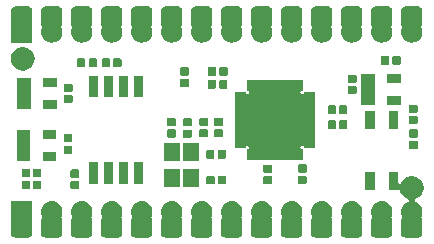
<source format=gbr>
G04 #@! TF.GenerationSoftware,KiCad,Pcbnew,(5.1.0-218-ge90452d)*
G04 #@! TF.CreationDate,2019-04-20T11:49:25-07:00*
G04 #@! TF.ProjectId,lofive,6c6f6669-7665-42e6-9b69-6361645f7063,0*
G04 #@! TF.SameCoordinates,Original*
G04 #@! TF.FileFunction,Soldermask,Top*
G04 #@! TF.FilePolarity,Negative*
%FSLAX46Y46*%
G04 Gerber Fmt 4.6, Leading zero omitted, Abs format (unit mm)*
G04 Created by KiCad (PCBNEW (5.1.0-218-ge90452d)) date 2019-04-20 11:49:25*
%MOMM*%
%LPD*%
G04 APERTURE LIST*
%ADD10C,0.100000*%
G04 APERTURE END LIST*
D10*
G36*
X134750000Y-123208665D02*
G01*
X134752402Y-123233051D01*
X134759515Y-123256500D01*
X134771066Y-123278111D01*
X134786611Y-123297053D01*
X134805553Y-123312598D01*
X134827164Y-123324149D01*
X134850613Y-123331262D01*
X134874999Y-123333664D01*
X134899385Y-123331262D01*
X134922834Y-123324149D01*
X134944445Y-123312598D01*
X134963387Y-123297053D01*
X134978932Y-123278111D01*
X134990481Y-123256504D01*
X135003811Y-123224322D01*
X135113249Y-123060537D01*
X135252537Y-122921249D01*
X135416322Y-122811811D01*
X135598311Y-122736429D01*
X135673209Y-122721531D01*
X135791507Y-122698000D01*
X135988493Y-122698000D01*
X136106791Y-122721531D01*
X136181689Y-122736429D01*
X136363678Y-122811811D01*
X136527463Y-122921249D01*
X136666751Y-123060537D01*
X136776189Y-123224322D01*
X136848379Y-123398605D01*
X136851571Y-123406312D01*
X136890000Y-123599507D01*
X136890000Y-123796493D01*
X136869597Y-123899066D01*
X136851571Y-123989689D01*
X136776189Y-124171678D01*
X136666751Y-124335463D01*
X136527463Y-124474751D01*
X136363678Y-124584189D01*
X136200051Y-124651965D01*
X136178449Y-124663512D01*
X136159507Y-124679057D01*
X136143961Y-124697999D01*
X136132410Y-124719610D01*
X136125297Y-124743059D01*
X136122895Y-124767445D01*
X136125297Y-124791831D01*
X136132410Y-124815280D01*
X136143961Y-124836890D01*
X136159506Y-124855832D01*
X136178448Y-124871378D01*
X136211607Y-124887061D01*
X136236082Y-124894486D01*
X136392431Y-124978056D01*
X136529475Y-125090525D01*
X136641944Y-125227569D01*
X136725512Y-125383914D01*
X136776978Y-125553573D01*
X136794354Y-125730000D01*
X136776978Y-125906427D01*
X136725513Y-126076084D01*
X136700768Y-126122379D01*
X136691391Y-126145017D01*
X136686611Y-126169051D01*
X136686611Y-126193555D01*
X136691392Y-126217588D01*
X136700769Y-126240227D01*
X136714382Y-126260600D01*
X136724192Y-126272554D01*
X136759943Y-126339439D01*
X136781961Y-126412022D01*
X136790000Y-126493641D01*
X136790000Y-127506359D01*
X136781961Y-127587978D01*
X136759943Y-127660561D01*
X136724192Y-127727446D01*
X136676077Y-127786077D01*
X136617446Y-127834192D01*
X136550561Y-127869943D01*
X136477978Y-127891961D01*
X136396359Y-127900000D01*
X135383641Y-127900000D01*
X135302022Y-127891961D01*
X135229439Y-127869943D01*
X135162554Y-127834192D01*
X135103923Y-127786077D01*
X135055808Y-127727446D01*
X135020057Y-127660561D01*
X134998039Y-127587978D01*
X134990000Y-127506359D01*
X134990000Y-126493641D01*
X134998039Y-126412022D01*
X135020057Y-126339439D01*
X135055808Y-126272554D01*
X135065618Y-126260600D01*
X135079232Y-126240226D01*
X135088609Y-126217587D01*
X135093389Y-126193554D01*
X135093389Y-126169049D01*
X135088608Y-126145016D01*
X135079232Y-126122379D01*
X135054487Y-126076084D01*
X135003022Y-125906427D01*
X134985646Y-125730000D01*
X135003022Y-125553573D01*
X135054488Y-125383914D01*
X135138056Y-125227569D01*
X135250525Y-125090525D01*
X135387569Y-124978056D01*
X135543918Y-124894486D01*
X135568393Y-124887061D01*
X135591031Y-124877684D01*
X135611406Y-124864070D01*
X135628732Y-124846742D01*
X135642346Y-124826368D01*
X135651723Y-124803729D01*
X135656503Y-124779696D01*
X135656503Y-124755191D01*
X135651722Y-124731158D01*
X135642345Y-124708520D01*
X135628731Y-124688145D01*
X135611403Y-124670819D01*
X135579946Y-124651964D01*
X135416322Y-124584189D01*
X135252537Y-124474751D01*
X135113249Y-124335463D01*
X135003811Y-124171678D01*
X134928429Y-123989689D01*
X134926226Y-123978612D01*
X134919113Y-123955164D01*
X134907562Y-123933553D01*
X134892017Y-123914611D01*
X134873075Y-123899066D01*
X134851464Y-123887515D01*
X134828015Y-123880402D01*
X134803629Y-123878000D01*
X133950000Y-123878000D01*
X133950000Y-122328000D01*
X134750000Y-122328000D01*
X134750000Y-123208665D01*
X134750000Y-123208665D01*
G37*
G36*
X133526427Y-124843022D02*
G01*
X133526430Y-124843023D01*
X133526431Y-124843023D01*
X133696081Y-124894486D01*
X133696083Y-124894487D01*
X133696086Y-124894488D01*
X133852431Y-124978056D01*
X133989475Y-125090525D01*
X134101944Y-125227569D01*
X134185512Y-125383914D01*
X134236978Y-125553573D01*
X134254354Y-125730000D01*
X134236978Y-125906427D01*
X134185513Y-126076084D01*
X134160768Y-126122379D01*
X134151391Y-126145017D01*
X134146611Y-126169051D01*
X134146611Y-126193555D01*
X134151392Y-126217588D01*
X134160769Y-126240227D01*
X134174382Y-126260600D01*
X134184192Y-126272554D01*
X134219943Y-126339439D01*
X134241961Y-126412022D01*
X134250000Y-126493641D01*
X134250000Y-127506359D01*
X134241961Y-127587978D01*
X134219943Y-127660561D01*
X134184192Y-127727446D01*
X134136077Y-127786077D01*
X134077446Y-127834192D01*
X134010561Y-127869943D01*
X133937978Y-127891961D01*
X133856359Y-127900000D01*
X132843641Y-127900000D01*
X132762022Y-127891961D01*
X132689439Y-127869943D01*
X132622554Y-127834192D01*
X132563923Y-127786077D01*
X132515808Y-127727446D01*
X132480057Y-127660561D01*
X132458039Y-127587978D01*
X132450000Y-127506359D01*
X132450000Y-126493641D01*
X132458039Y-126412022D01*
X132480057Y-126339439D01*
X132515808Y-126272554D01*
X132525618Y-126260600D01*
X132539232Y-126240226D01*
X132548609Y-126217587D01*
X132553389Y-126193554D01*
X132553389Y-126169049D01*
X132548608Y-126145016D01*
X132539232Y-126122379D01*
X132514487Y-126076084D01*
X132463022Y-125906427D01*
X132445646Y-125730000D01*
X132463022Y-125553573D01*
X132514488Y-125383914D01*
X132598056Y-125227569D01*
X132710525Y-125090525D01*
X132847569Y-124978056D01*
X133003914Y-124894488D01*
X133003917Y-124894487D01*
X133003919Y-124894486D01*
X133173569Y-124843023D01*
X133173570Y-124843023D01*
X133173573Y-124843022D01*
X133305789Y-124830000D01*
X133394211Y-124830000D01*
X133526427Y-124843022D01*
X133526427Y-124843022D01*
G37*
G36*
X125906427Y-124843022D02*
G01*
X125906430Y-124843023D01*
X125906431Y-124843023D01*
X126076081Y-124894486D01*
X126076083Y-124894487D01*
X126076086Y-124894488D01*
X126232431Y-124978056D01*
X126369475Y-125090525D01*
X126481944Y-125227569D01*
X126565512Y-125383914D01*
X126616978Y-125553573D01*
X126634354Y-125730000D01*
X126616978Y-125906427D01*
X126565513Y-126076084D01*
X126540768Y-126122379D01*
X126531391Y-126145017D01*
X126526611Y-126169051D01*
X126526611Y-126193555D01*
X126531392Y-126217588D01*
X126540769Y-126240227D01*
X126554382Y-126260600D01*
X126564192Y-126272554D01*
X126599943Y-126339439D01*
X126621961Y-126412022D01*
X126630000Y-126493641D01*
X126630000Y-127506359D01*
X126621961Y-127587978D01*
X126599943Y-127660561D01*
X126564192Y-127727446D01*
X126516077Y-127786077D01*
X126457446Y-127834192D01*
X126390561Y-127869943D01*
X126317978Y-127891961D01*
X126236359Y-127900000D01*
X125223641Y-127900000D01*
X125142022Y-127891961D01*
X125069439Y-127869943D01*
X125002554Y-127834192D01*
X124943923Y-127786077D01*
X124895808Y-127727446D01*
X124860057Y-127660561D01*
X124838039Y-127587978D01*
X124830000Y-127506359D01*
X124830000Y-126493641D01*
X124838039Y-126412022D01*
X124860057Y-126339439D01*
X124895808Y-126272554D01*
X124905618Y-126260600D01*
X124919232Y-126240226D01*
X124928609Y-126217587D01*
X124933389Y-126193554D01*
X124933389Y-126169049D01*
X124928608Y-126145016D01*
X124919232Y-126122379D01*
X124894487Y-126076084D01*
X124843022Y-125906427D01*
X124825646Y-125730000D01*
X124843022Y-125553573D01*
X124894488Y-125383914D01*
X124978056Y-125227569D01*
X125090525Y-125090525D01*
X125227569Y-124978056D01*
X125383914Y-124894488D01*
X125383917Y-124894487D01*
X125383919Y-124894486D01*
X125553569Y-124843023D01*
X125553570Y-124843023D01*
X125553573Y-124843022D01*
X125685789Y-124830000D01*
X125774211Y-124830000D01*
X125906427Y-124843022D01*
X125906427Y-124843022D01*
G37*
G36*
X108126427Y-124843022D02*
G01*
X108126430Y-124843023D01*
X108126431Y-124843023D01*
X108296081Y-124894486D01*
X108296083Y-124894487D01*
X108296086Y-124894488D01*
X108452431Y-124978056D01*
X108589475Y-125090525D01*
X108701944Y-125227569D01*
X108785512Y-125383914D01*
X108836978Y-125553573D01*
X108854354Y-125730000D01*
X108836978Y-125906427D01*
X108785513Y-126076084D01*
X108760768Y-126122379D01*
X108751391Y-126145017D01*
X108746611Y-126169051D01*
X108746611Y-126193555D01*
X108751392Y-126217588D01*
X108760769Y-126240227D01*
X108774382Y-126260600D01*
X108784192Y-126272554D01*
X108819943Y-126339439D01*
X108841961Y-126412022D01*
X108850000Y-126493641D01*
X108850000Y-127506359D01*
X108841961Y-127587978D01*
X108819943Y-127660561D01*
X108784192Y-127727446D01*
X108736077Y-127786077D01*
X108677446Y-127834192D01*
X108610561Y-127869943D01*
X108537978Y-127891961D01*
X108456359Y-127900000D01*
X107443641Y-127900000D01*
X107362022Y-127891961D01*
X107289439Y-127869943D01*
X107222554Y-127834192D01*
X107163923Y-127786077D01*
X107115808Y-127727446D01*
X107080057Y-127660561D01*
X107058039Y-127587978D01*
X107050000Y-127506359D01*
X107050000Y-126493641D01*
X107058039Y-126412022D01*
X107080057Y-126339439D01*
X107115808Y-126272554D01*
X107125618Y-126260600D01*
X107139232Y-126240226D01*
X107148609Y-126217587D01*
X107153389Y-126193554D01*
X107153389Y-126169049D01*
X107148608Y-126145016D01*
X107139232Y-126122379D01*
X107114487Y-126076084D01*
X107063022Y-125906427D01*
X107045646Y-125730000D01*
X107063022Y-125553573D01*
X107114488Y-125383914D01*
X107198056Y-125227569D01*
X107310525Y-125090525D01*
X107447569Y-124978056D01*
X107603914Y-124894488D01*
X107603917Y-124894487D01*
X107603919Y-124894486D01*
X107773569Y-124843023D01*
X107773570Y-124843023D01*
X107773573Y-124843022D01*
X107905789Y-124830000D01*
X107994211Y-124830000D01*
X108126427Y-124843022D01*
X108126427Y-124843022D01*
G37*
G36*
X105586427Y-124843022D02*
G01*
X105586430Y-124843023D01*
X105586431Y-124843023D01*
X105756081Y-124894486D01*
X105756083Y-124894487D01*
X105756086Y-124894488D01*
X105912431Y-124978056D01*
X106049475Y-125090525D01*
X106161944Y-125227569D01*
X106245512Y-125383914D01*
X106296978Y-125553573D01*
X106314354Y-125730000D01*
X106296978Y-125906427D01*
X106245513Y-126076084D01*
X106220768Y-126122379D01*
X106211391Y-126145017D01*
X106206611Y-126169051D01*
X106206611Y-126193555D01*
X106211392Y-126217588D01*
X106220769Y-126240227D01*
X106234382Y-126260600D01*
X106244192Y-126272554D01*
X106279943Y-126339439D01*
X106301961Y-126412022D01*
X106310000Y-126493641D01*
X106310000Y-127506359D01*
X106301961Y-127587978D01*
X106279943Y-127660561D01*
X106244192Y-127727446D01*
X106196077Y-127786077D01*
X106137446Y-127834192D01*
X106070561Y-127869943D01*
X105997978Y-127891961D01*
X105916359Y-127900000D01*
X104903641Y-127900000D01*
X104822022Y-127891961D01*
X104749439Y-127869943D01*
X104682554Y-127834192D01*
X104623923Y-127786077D01*
X104575808Y-127727446D01*
X104540057Y-127660561D01*
X104518039Y-127587978D01*
X104510000Y-127506359D01*
X104510000Y-126493641D01*
X104518039Y-126412022D01*
X104540057Y-126339439D01*
X104575808Y-126272554D01*
X104585618Y-126260600D01*
X104599232Y-126240226D01*
X104608609Y-126217587D01*
X104613389Y-126193554D01*
X104613389Y-126169049D01*
X104608608Y-126145016D01*
X104599232Y-126122379D01*
X104574487Y-126076084D01*
X104523022Y-125906427D01*
X104505646Y-125730000D01*
X104523022Y-125553573D01*
X104574488Y-125383914D01*
X104658056Y-125227569D01*
X104770525Y-125090525D01*
X104907569Y-124978056D01*
X105063914Y-124894488D01*
X105063917Y-124894487D01*
X105063919Y-124894486D01*
X105233569Y-124843023D01*
X105233570Y-124843023D01*
X105233573Y-124843022D01*
X105365789Y-124830000D01*
X105454211Y-124830000D01*
X105586427Y-124843022D01*
X105586427Y-124843022D01*
G37*
G36*
X110666427Y-124843022D02*
G01*
X110666430Y-124843023D01*
X110666431Y-124843023D01*
X110836081Y-124894486D01*
X110836083Y-124894487D01*
X110836086Y-124894488D01*
X110992431Y-124978056D01*
X111129475Y-125090525D01*
X111241944Y-125227569D01*
X111325512Y-125383914D01*
X111376978Y-125553573D01*
X111394354Y-125730000D01*
X111376978Y-125906427D01*
X111325513Y-126076084D01*
X111300768Y-126122379D01*
X111291391Y-126145017D01*
X111286611Y-126169051D01*
X111286611Y-126193555D01*
X111291392Y-126217588D01*
X111300769Y-126240227D01*
X111314382Y-126260600D01*
X111324192Y-126272554D01*
X111359943Y-126339439D01*
X111381961Y-126412022D01*
X111390000Y-126493641D01*
X111390000Y-127506359D01*
X111381961Y-127587978D01*
X111359943Y-127660561D01*
X111324192Y-127727446D01*
X111276077Y-127786077D01*
X111217446Y-127834192D01*
X111150561Y-127869943D01*
X111077978Y-127891961D01*
X110996359Y-127900000D01*
X109983641Y-127900000D01*
X109902022Y-127891961D01*
X109829439Y-127869943D01*
X109762554Y-127834192D01*
X109703923Y-127786077D01*
X109655808Y-127727446D01*
X109620057Y-127660561D01*
X109598039Y-127587978D01*
X109590000Y-127506359D01*
X109590000Y-126493641D01*
X109598039Y-126412022D01*
X109620057Y-126339439D01*
X109655808Y-126272554D01*
X109665618Y-126260600D01*
X109679232Y-126240226D01*
X109688609Y-126217587D01*
X109693389Y-126193554D01*
X109693389Y-126169049D01*
X109688608Y-126145016D01*
X109679232Y-126122379D01*
X109654487Y-126076084D01*
X109603022Y-125906427D01*
X109585646Y-125730000D01*
X109603022Y-125553573D01*
X109654488Y-125383914D01*
X109738056Y-125227569D01*
X109850525Y-125090525D01*
X109987569Y-124978056D01*
X110143914Y-124894488D01*
X110143917Y-124894487D01*
X110143919Y-124894486D01*
X110313569Y-124843023D01*
X110313570Y-124843023D01*
X110313573Y-124843022D01*
X110445789Y-124830000D01*
X110534211Y-124830000D01*
X110666427Y-124843022D01*
X110666427Y-124843022D01*
G37*
G36*
X120826427Y-124843022D02*
G01*
X120826430Y-124843023D01*
X120826431Y-124843023D01*
X120996081Y-124894486D01*
X120996083Y-124894487D01*
X120996086Y-124894488D01*
X121152431Y-124978056D01*
X121289475Y-125090525D01*
X121401944Y-125227569D01*
X121485512Y-125383914D01*
X121536978Y-125553573D01*
X121554354Y-125730000D01*
X121536978Y-125906427D01*
X121485513Y-126076084D01*
X121460768Y-126122379D01*
X121451391Y-126145017D01*
X121446611Y-126169051D01*
X121446611Y-126193555D01*
X121451392Y-126217588D01*
X121460769Y-126240227D01*
X121474382Y-126260600D01*
X121484192Y-126272554D01*
X121519943Y-126339439D01*
X121541961Y-126412022D01*
X121550000Y-126493641D01*
X121550000Y-127506359D01*
X121541961Y-127587978D01*
X121519943Y-127660561D01*
X121484192Y-127727446D01*
X121436077Y-127786077D01*
X121377446Y-127834192D01*
X121310561Y-127869943D01*
X121237978Y-127891961D01*
X121156359Y-127900000D01*
X120143641Y-127900000D01*
X120062022Y-127891961D01*
X119989439Y-127869943D01*
X119922554Y-127834192D01*
X119863923Y-127786077D01*
X119815808Y-127727446D01*
X119780057Y-127660561D01*
X119758039Y-127587978D01*
X119750000Y-127506359D01*
X119750000Y-126493641D01*
X119758039Y-126412022D01*
X119780057Y-126339439D01*
X119815808Y-126272554D01*
X119825618Y-126260600D01*
X119839232Y-126240226D01*
X119848609Y-126217587D01*
X119853389Y-126193554D01*
X119853389Y-126169049D01*
X119848608Y-126145016D01*
X119839232Y-126122379D01*
X119814487Y-126076084D01*
X119763022Y-125906427D01*
X119745646Y-125730000D01*
X119763022Y-125553573D01*
X119814488Y-125383914D01*
X119898056Y-125227569D01*
X120010525Y-125090525D01*
X120147569Y-124978056D01*
X120303914Y-124894488D01*
X120303917Y-124894487D01*
X120303919Y-124894486D01*
X120473569Y-124843023D01*
X120473570Y-124843023D01*
X120473573Y-124843022D01*
X120605789Y-124830000D01*
X120694211Y-124830000D01*
X120826427Y-124843022D01*
X120826427Y-124843022D01*
G37*
G36*
X128446427Y-124843022D02*
G01*
X128446430Y-124843023D01*
X128446431Y-124843023D01*
X128616081Y-124894486D01*
X128616083Y-124894487D01*
X128616086Y-124894488D01*
X128772431Y-124978056D01*
X128909475Y-125090525D01*
X129021944Y-125227569D01*
X129105512Y-125383914D01*
X129156978Y-125553573D01*
X129174354Y-125730000D01*
X129156978Y-125906427D01*
X129105513Y-126076084D01*
X129080768Y-126122379D01*
X129071391Y-126145017D01*
X129066611Y-126169051D01*
X129066611Y-126193555D01*
X129071392Y-126217588D01*
X129080769Y-126240227D01*
X129094382Y-126260600D01*
X129104192Y-126272554D01*
X129139943Y-126339439D01*
X129161961Y-126412022D01*
X129170000Y-126493641D01*
X129170000Y-127506359D01*
X129161961Y-127587978D01*
X129139943Y-127660561D01*
X129104192Y-127727446D01*
X129056077Y-127786077D01*
X128997446Y-127834192D01*
X128930561Y-127869943D01*
X128857978Y-127891961D01*
X128776359Y-127900000D01*
X127763641Y-127900000D01*
X127682022Y-127891961D01*
X127609439Y-127869943D01*
X127542554Y-127834192D01*
X127483923Y-127786077D01*
X127435808Y-127727446D01*
X127400057Y-127660561D01*
X127378039Y-127587978D01*
X127370000Y-127506359D01*
X127370000Y-126493641D01*
X127378039Y-126412022D01*
X127400057Y-126339439D01*
X127435808Y-126272554D01*
X127445618Y-126260600D01*
X127459232Y-126240226D01*
X127468609Y-126217587D01*
X127473389Y-126193554D01*
X127473389Y-126169049D01*
X127468608Y-126145016D01*
X127459232Y-126122379D01*
X127434487Y-126076084D01*
X127383022Y-125906427D01*
X127365646Y-125730000D01*
X127383022Y-125553573D01*
X127434488Y-125383914D01*
X127518056Y-125227569D01*
X127630525Y-125090525D01*
X127767569Y-124978056D01*
X127923914Y-124894488D01*
X127923917Y-124894487D01*
X127923919Y-124894486D01*
X128093569Y-124843023D01*
X128093570Y-124843023D01*
X128093573Y-124843022D01*
X128225789Y-124830000D01*
X128314211Y-124830000D01*
X128446427Y-124843022D01*
X128446427Y-124843022D01*
G37*
G36*
X113206427Y-124843022D02*
G01*
X113206430Y-124843023D01*
X113206431Y-124843023D01*
X113376081Y-124894486D01*
X113376083Y-124894487D01*
X113376086Y-124894488D01*
X113532431Y-124978056D01*
X113669475Y-125090525D01*
X113781944Y-125227569D01*
X113865512Y-125383914D01*
X113916978Y-125553573D01*
X113934354Y-125730000D01*
X113916978Y-125906427D01*
X113865513Y-126076084D01*
X113840768Y-126122379D01*
X113831391Y-126145017D01*
X113826611Y-126169051D01*
X113826611Y-126193555D01*
X113831392Y-126217588D01*
X113840769Y-126240227D01*
X113854382Y-126260600D01*
X113864192Y-126272554D01*
X113899943Y-126339439D01*
X113921961Y-126412022D01*
X113930000Y-126493641D01*
X113930000Y-127506359D01*
X113921961Y-127587978D01*
X113899943Y-127660561D01*
X113864192Y-127727446D01*
X113816077Y-127786077D01*
X113757446Y-127834192D01*
X113690561Y-127869943D01*
X113617978Y-127891961D01*
X113536359Y-127900000D01*
X112523641Y-127900000D01*
X112442022Y-127891961D01*
X112369439Y-127869943D01*
X112302554Y-127834192D01*
X112243923Y-127786077D01*
X112195808Y-127727446D01*
X112160057Y-127660561D01*
X112138039Y-127587978D01*
X112130000Y-127506359D01*
X112130000Y-126493641D01*
X112138039Y-126412022D01*
X112160057Y-126339439D01*
X112195808Y-126272554D01*
X112205618Y-126260600D01*
X112219232Y-126240226D01*
X112228609Y-126217587D01*
X112233389Y-126193554D01*
X112233389Y-126169049D01*
X112228608Y-126145016D01*
X112219232Y-126122379D01*
X112194487Y-126076084D01*
X112143022Y-125906427D01*
X112125646Y-125730000D01*
X112143022Y-125553573D01*
X112194488Y-125383914D01*
X112278056Y-125227569D01*
X112390525Y-125090525D01*
X112527569Y-124978056D01*
X112683914Y-124894488D01*
X112683917Y-124894487D01*
X112683919Y-124894486D01*
X112853569Y-124843023D01*
X112853570Y-124843023D01*
X112853573Y-124843022D01*
X112985789Y-124830000D01*
X113074211Y-124830000D01*
X113206427Y-124843022D01*
X113206427Y-124843022D01*
G37*
G36*
X103770000Y-127506359D02*
G01*
X103761961Y-127587978D01*
X103739943Y-127660561D01*
X103704192Y-127727446D01*
X103656077Y-127786077D01*
X103597446Y-127834192D01*
X103530561Y-127869943D01*
X103457978Y-127891961D01*
X103376359Y-127900000D01*
X102363641Y-127900000D01*
X102282022Y-127891961D01*
X102209439Y-127869943D01*
X102142554Y-127834192D01*
X102083923Y-127786077D01*
X102035808Y-127727446D01*
X102000057Y-127660561D01*
X101978039Y-127587978D01*
X101970000Y-127506359D01*
X101970000Y-124830000D01*
X103770000Y-124830000D01*
X103770000Y-127506359D01*
X103770000Y-127506359D01*
G37*
G36*
X115746427Y-124843022D02*
G01*
X115746430Y-124843023D01*
X115746431Y-124843023D01*
X115916081Y-124894486D01*
X115916083Y-124894487D01*
X115916086Y-124894488D01*
X116072431Y-124978056D01*
X116209475Y-125090525D01*
X116321944Y-125227569D01*
X116405512Y-125383914D01*
X116456978Y-125553573D01*
X116474354Y-125730000D01*
X116456978Y-125906427D01*
X116405513Y-126076084D01*
X116380768Y-126122379D01*
X116371391Y-126145017D01*
X116366611Y-126169051D01*
X116366611Y-126193555D01*
X116371392Y-126217588D01*
X116380769Y-126240227D01*
X116394382Y-126260600D01*
X116404192Y-126272554D01*
X116439943Y-126339439D01*
X116461961Y-126412022D01*
X116470000Y-126493641D01*
X116470000Y-127506359D01*
X116461961Y-127587978D01*
X116439943Y-127660561D01*
X116404192Y-127727446D01*
X116356077Y-127786077D01*
X116297446Y-127834192D01*
X116230561Y-127869943D01*
X116157978Y-127891961D01*
X116076359Y-127900000D01*
X115063641Y-127900000D01*
X114982022Y-127891961D01*
X114909439Y-127869943D01*
X114842554Y-127834192D01*
X114783923Y-127786077D01*
X114735808Y-127727446D01*
X114700057Y-127660561D01*
X114678039Y-127587978D01*
X114670000Y-127506359D01*
X114670000Y-126493641D01*
X114678039Y-126412022D01*
X114700057Y-126339439D01*
X114735808Y-126272554D01*
X114745618Y-126260600D01*
X114759232Y-126240226D01*
X114768609Y-126217587D01*
X114773389Y-126193554D01*
X114773389Y-126169049D01*
X114768608Y-126145016D01*
X114759232Y-126122379D01*
X114734487Y-126076084D01*
X114683022Y-125906427D01*
X114665646Y-125730000D01*
X114683022Y-125553573D01*
X114734488Y-125383914D01*
X114818056Y-125227569D01*
X114930525Y-125090525D01*
X115067569Y-124978056D01*
X115223914Y-124894488D01*
X115223917Y-124894487D01*
X115223919Y-124894486D01*
X115393569Y-124843023D01*
X115393570Y-124843023D01*
X115393573Y-124843022D01*
X115525789Y-124830000D01*
X115614211Y-124830000D01*
X115746427Y-124843022D01*
X115746427Y-124843022D01*
G37*
G36*
X130986427Y-124843022D02*
G01*
X130986430Y-124843023D01*
X130986431Y-124843023D01*
X131156081Y-124894486D01*
X131156083Y-124894487D01*
X131156086Y-124894488D01*
X131312431Y-124978056D01*
X131449475Y-125090525D01*
X131561944Y-125227569D01*
X131645512Y-125383914D01*
X131696978Y-125553573D01*
X131714354Y-125730000D01*
X131696978Y-125906427D01*
X131645513Y-126076084D01*
X131620768Y-126122379D01*
X131611391Y-126145017D01*
X131606611Y-126169051D01*
X131606611Y-126193555D01*
X131611392Y-126217588D01*
X131620769Y-126240227D01*
X131634382Y-126260600D01*
X131644192Y-126272554D01*
X131679943Y-126339439D01*
X131701961Y-126412022D01*
X131710000Y-126493641D01*
X131710000Y-127506359D01*
X131701961Y-127587978D01*
X131679943Y-127660561D01*
X131644192Y-127727446D01*
X131596077Y-127786077D01*
X131537446Y-127834192D01*
X131470561Y-127869943D01*
X131397978Y-127891961D01*
X131316359Y-127900000D01*
X130303641Y-127900000D01*
X130222022Y-127891961D01*
X130149439Y-127869943D01*
X130082554Y-127834192D01*
X130023923Y-127786077D01*
X129975808Y-127727446D01*
X129940057Y-127660561D01*
X129918039Y-127587978D01*
X129910000Y-127506359D01*
X129910000Y-126493641D01*
X129918039Y-126412022D01*
X129940057Y-126339439D01*
X129975808Y-126272554D01*
X129985618Y-126260600D01*
X129999232Y-126240226D01*
X130008609Y-126217587D01*
X130013389Y-126193554D01*
X130013389Y-126169049D01*
X130008608Y-126145016D01*
X129999232Y-126122379D01*
X129974487Y-126076084D01*
X129923022Y-125906427D01*
X129905646Y-125730000D01*
X129923022Y-125553573D01*
X129974488Y-125383914D01*
X130058056Y-125227569D01*
X130170525Y-125090525D01*
X130307569Y-124978056D01*
X130463914Y-124894488D01*
X130463917Y-124894487D01*
X130463919Y-124894486D01*
X130633569Y-124843023D01*
X130633570Y-124843023D01*
X130633573Y-124843022D01*
X130765789Y-124830000D01*
X130854211Y-124830000D01*
X130986427Y-124843022D01*
X130986427Y-124843022D01*
G37*
G36*
X118286427Y-124843022D02*
G01*
X118286430Y-124843023D01*
X118286431Y-124843023D01*
X118456081Y-124894486D01*
X118456083Y-124894487D01*
X118456086Y-124894488D01*
X118612431Y-124978056D01*
X118749475Y-125090525D01*
X118861944Y-125227569D01*
X118945512Y-125383914D01*
X118996978Y-125553573D01*
X119014354Y-125730000D01*
X118996978Y-125906427D01*
X118945513Y-126076084D01*
X118920768Y-126122379D01*
X118911391Y-126145017D01*
X118906611Y-126169051D01*
X118906611Y-126193555D01*
X118911392Y-126217588D01*
X118920769Y-126240227D01*
X118934382Y-126260600D01*
X118944192Y-126272554D01*
X118979943Y-126339439D01*
X119001961Y-126412022D01*
X119010000Y-126493641D01*
X119010000Y-127506359D01*
X119001961Y-127587978D01*
X118979943Y-127660561D01*
X118944192Y-127727446D01*
X118896077Y-127786077D01*
X118837446Y-127834192D01*
X118770561Y-127869943D01*
X118697978Y-127891961D01*
X118616359Y-127900000D01*
X117603641Y-127900000D01*
X117522022Y-127891961D01*
X117449439Y-127869943D01*
X117382554Y-127834192D01*
X117323923Y-127786077D01*
X117275808Y-127727446D01*
X117240057Y-127660561D01*
X117218039Y-127587978D01*
X117210000Y-127506359D01*
X117210000Y-126493641D01*
X117218039Y-126412022D01*
X117240057Y-126339439D01*
X117275808Y-126272554D01*
X117285618Y-126260600D01*
X117299232Y-126240226D01*
X117308609Y-126217587D01*
X117313389Y-126193554D01*
X117313389Y-126169049D01*
X117308608Y-126145016D01*
X117299232Y-126122379D01*
X117274487Y-126076084D01*
X117223022Y-125906427D01*
X117205646Y-125730000D01*
X117223022Y-125553573D01*
X117274488Y-125383914D01*
X117358056Y-125227569D01*
X117470525Y-125090525D01*
X117607569Y-124978056D01*
X117763914Y-124894488D01*
X117763917Y-124894487D01*
X117763919Y-124894486D01*
X117933569Y-124843023D01*
X117933570Y-124843023D01*
X117933573Y-124843022D01*
X118065789Y-124830000D01*
X118154211Y-124830000D01*
X118286427Y-124843022D01*
X118286427Y-124843022D01*
G37*
G36*
X123366427Y-124843022D02*
G01*
X123366430Y-124843023D01*
X123366431Y-124843023D01*
X123536081Y-124894486D01*
X123536083Y-124894487D01*
X123536086Y-124894488D01*
X123692431Y-124978056D01*
X123829475Y-125090525D01*
X123941944Y-125227569D01*
X124025512Y-125383914D01*
X124076978Y-125553573D01*
X124094354Y-125730000D01*
X124076978Y-125906427D01*
X124025513Y-126076084D01*
X124000768Y-126122379D01*
X123991391Y-126145017D01*
X123986611Y-126169051D01*
X123986611Y-126193555D01*
X123991392Y-126217588D01*
X124000769Y-126240227D01*
X124014382Y-126260600D01*
X124024192Y-126272554D01*
X124059943Y-126339439D01*
X124081961Y-126412022D01*
X124090000Y-126493641D01*
X124090000Y-127506359D01*
X124081961Y-127587978D01*
X124059943Y-127660561D01*
X124024192Y-127727446D01*
X123976077Y-127786077D01*
X123917446Y-127834192D01*
X123850561Y-127869943D01*
X123777978Y-127891961D01*
X123696359Y-127900000D01*
X122683641Y-127900000D01*
X122602022Y-127891961D01*
X122529439Y-127869943D01*
X122462554Y-127834192D01*
X122403923Y-127786077D01*
X122355808Y-127727446D01*
X122320057Y-127660561D01*
X122298039Y-127587978D01*
X122290000Y-127506359D01*
X122290000Y-126493641D01*
X122298039Y-126412022D01*
X122320057Y-126339439D01*
X122355808Y-126272554D01*
X122365618Y-126260600D01*
X122379232Y-126240226D01*
X122388609Y-126217587D01*
X122393389Y-126193554D01*
X122393389Y-126169049D01*
X122388608Y-126145016D01*
X122379232Y-126122379D01*
X122354487Y-126076084D01*
X122303022Y-125906427D01*
X122285646Y-125730000D01*
X122303022Y-125553573D01*
X122354488Y-125383914D01*
X122438056Y-125227569D01*
X122550525Y-125090525D01*
X122687569Y-124978056D01*
X122843914Y-124894488D01*
X122843917Y-124894487D01*
X122843919Y-124894486D01*
X123013569Y-124843023D01*
X123013570Y-124843023D01*
X123013573Y-124843022D01*
X123145789Y-124830000D01*
X123234211Y-124830000D01*
X123366427Y-124843022D01*
X123366427Y-124843022D01*
G37*
G36*
X132750000Y-123878000D02*
G01*
X131950000Y-123878000D01*
X131950000Y-122328000D01*
X132750000Y-122328000D01*
X132750000Y-123878000D01*
X132750000Y-123878000D01*
G37*
G36*
X104449543Y-123074166D02*
G01*
X104470063Y-123080391D01*
X104488976Y-123090500D01*
X104505554Y-123104106D01*
X104519160Y-123120684D01*
X104529269Y-123139597D01*
X104535494Y-123160117D01*
X104538200Y-123187598D01*
X104538200Y-123695322D01*
X104535494Y-123722803D01*
X104529269Y-123743323D01*
X104519160Y-123762236D01*
X104505554Y-123778814D01*
X104488976Y-123792420D01*
X104470063Y-123802529D01*
X104449543Y-123808754D01*
X104422062Y-123811460D01*
X103964338Y-123811460D01*
X103936857Y-123808754D01*
X103916337Y-123802529D01*
X103897424Y-123792420D01*
X103880846Y-123778814D01*
X103867240Y-123762236D01*
X103857131Y-123743323D01*
X103850906Y-123722803D01*
X103848200Y-123695322D01*
X103848200Y-123187598D01*
X103850906Y-123160117D01*
X103857131Y-123139597D01*
X103867240Y-123120684D01*
X103880846Y-123104106D01*
X103897424Y-123090500D01*
X103916337Y-123080391D01*
X103936857Y-123074166D01*
X103964338Y-123071460D01*
X104422062Y-123071460D01*
X104449543Y-123074166D01*
X104449543Y-123074166D01*
G37*
G36*
X103479543Y-123074166D02*
G01*
X103500063Y-123080391D01*
X103518976Y-123090500D01*
X103535554Y-123104106D01*
X103549160Y-123120684D01*
X103559269Y-123139597D01*
X103565494Y-123160117D01*
X103568200Y-123187598D01*
X103568200Y-123695322D01*
X103565494Y-123722803D01*
X103559269Y-123743323D01*
X103549160Y-123762236D01*
X103535554Y-123778814D01*
X103518976Y-123792420D01*
X103500063Y-123802529D01*
X103479543Y-123808754D01*
X103452062Y-123811460D01*
X102994338Y-123811460D01*
X102966857Y-123808754D01*
X102946337Y-123802529D01*
X102927424Y-123792420D01*
X102910846Y-123778814D01*
X102897240Y-123762236D01*
X102887131Y-123743323D01*
X102880906Y-123722803D01*
X102878200Y-123695322D01*
X102878200Y-123187598D01*
X102880906Y-123160117D01*
X102887131Y-123139597D01*
X102897240Y-123120684D01*
X102910846Y-123104106D01*
X102927424Y-123090500D01*
X102946337Y-123080391D01*
X102966857Y-123074166D01*
X102994338Y-123071460D01*
X103452062Y-123071460D01*
X103479543Y-123074166D01*
X103479543Y-123074166D01*
G37*
G36*
X107649683Y-123104106D02*
G01*
X107670203Y-123110331D01*
X107689116Y-123120440D01*
X107705694Y-123134046D01*
X107719300Y-123150624D01*
X107729409Y-123169537D01*
X107735634Y-123190057D01*
X107738340Y-123217538D01*
X107738340Y-123675262D01*
X107735634Y-123702743D01*
X107729409Y-123723263D01*
X107719300Y-123742176D01*
X107705694Y-123758754D01*
X107689116Y-123772360D01*
X107670203Y-123782469D01*
X107649683Y-123788694D01*
X107622202Y-123791400D01*
X107114478Y-123791400D01*
X107086997Y-123788694D01*
X107066477Y-123782469D01*
X107047564Y-123772360D01*
X107030986Y-123758754D01*
X107017380Y-123742176D01*
X107007271Y-123723263D01*
X107001046Y-123702743D01*
X106998340Y-123675262D01*
X106998340Y-123217538D01*
X107001046Y-123190057D01*
X107007271Y-123169537D01*
X107017380Y-123150624D01*
X107030986Y-123134046D01*
X107047564Y-123120440D01*
X107066477Y-123110331D01*
X107086997Y-123104106D01*
X107114478Y-123101400D01*
X107622202Y-123101400D01*
X107649683Y-123104106D01*
X107649683Y-123104106D01*
G37*
G36*
X117837880Y-123620140D02*
G01*
X116537880Y-123620140D01*
X116537880Y-122120140D01*
X117837880Y-122120140D01*
X117837880Y-123620140D01*
X117837880Y-123620140D01*
G37*
G36*
X116237880Y-123620140D02*
G01*
X114937880Y-123620140D01*
X114937880Y-122120140D01*
X116237880Y-122120140D01*
X116237880Y-123620140D01*
X116237880Y-123620140D01*
G37*
G36*
X120080023Y-122664626D02*
G01*
X120100543Y-122670851D01*
X120119456Y-122680960D01*
X120136034Y-122694566D01*
X120149640Y-122711144D01*
X120159749Y-122730057D01*
X120165974Y-122750577D01*
X120168680Y-122778058D01*
X120168680Y-123285782D01*
X120165974Y-123313263D01*
X120159749Y-123333783D01*
X120149640Y-123352696D01*
X120136034Y-123369274D01*
X120119456Y-123382880D01*
X120100543Y-123392989D01*
X120080023Y-123399214D01*
X120052542Y-123401920D01*
X119594818Y-123401920D01*
X119567337Y-123399214D01*
X119546817Y-123392989D01*
X119527904Y-123382880D01*
X119511326Y-123369274D01*
X119497720Y-123352696D01*
X119487611Y-123333783D01*
X119481386Y-123313263D01*
X119478680Y-123285782D01*
X119478680Y-122778058D01*
X119481386Y-122750577D01*
X119487611Y-122730057D01*
X119497720Y-122711144D01*
X119511326Y-122694566D01*
X119527904Y-122680960D01*
X119546817Y-122670851D01*
X119567337Y-122664626D01*
X119594818Y-122661920D01*
X120052542Y-122661920D01*
X120080023Y-122664626D01*
X120080023Y-122664626D01*
G37*
G36*
X119110023Y-122664626D02*
G01*
X119130543Y-122670851D01*
X119149456Y-122680960D01*
X119166034Y-122694566D01*
X119179640Y-122711144D01*
X119189749Y-122730057D01*
X119195974Y-122750577D01*
X119198680Y-122778058D01*
X119198680Y-123285782D01*
X119195974Y-123313263D01*
X119189749Y-123333783D01*
X119179640Y-123352696D01*
X119166034Y-123369274D01*
X119149456Y-123382880D01*
X119130543Y-123392989D01*
X119110023Y-123399214D01*
X119082542Y-123401920D01*
X118624818Y-123401920D01*
X118597337Y-123399214D01*
X118576817Y-123392989D01*
X118557904Y-123382880D01*
X118541326Y-123369274D01*
X118527720Y-123352696D01*
X118517611Y-123333783D01*
X118511386Y-123313263D01*
X118508680Y-123285782D01*
X118508680Y-122778058D01*
X118511386Y-122750577D01*
X118517611Y-122730057D01*
X118527720Y-122711144D01*
X118541326Y-122694566D01*
X118557904Y-122680960D01*
X118576817Y-122670851D01*
X118597337Y-122664626D01*
X118624818Y-122661920D01*
X119082542Y-122661920D01*
X119110023Y-122664626D01*
X119110023Y-122664626D01*
G37*
G36*
X123976803Y-122695166D02*
G01*
X123997323Y-122701391D01*
X124016236Y-122711500D01*
X124032814Y-122725106D01*
X124046420Y-122741684D01*
X124056529Y-122760597D01*
X124062754Y-122781117D01*
X124065460Y-122808598D01*
X124065460Y-123266322D01*
X124062754Y-123293803D01*
X124056529Y-123314323D01*
X124046420Y-123333236D01*
X124032814Y-123349814D01*
X124016236Y-123363420D01*
X123997323Y-123373529D01*
X123976803Y-123379754D01*
X123949322Y-123382460D01*
X123441598Y-123382460D01*
X123414117Y-123379754D01*
X123393597Y-123373529D01*
X123374684Y-123363420D01*
X123358106Y-123349814D01*
X123344500Y-123333236D01*
X123334391Y-123314323D01*
X123328166Y-123293803D01*
X123325460Y-123266322D01*
X123325460Y-122808598D01*
X123328166Y-122781117D01*
X123334391Y-122760597D01*
X123344500Y-122741684D01*
X123358106Y-122725106D01*
X123374684Y-122711500D01*
X123393597Y-122701391D01*
X123414117Y-122695166D01*
X123441598Y-122692460D01*
X123949322Y-122692460D01*
X123976803Y-122695166D01*
X123976803Y-122695166D01*
G37*
G36*
X126900343Y-122677386D02*
G01*
X126920863Y-122683611D01*
X126939776Y-122693720D01*
X126956354Y-122707326D01*
X126969960Y-122723904D01*
X126980069Y-122742817D01*
X126986294Y-122763337D01*
X126989000Y-122790818D01*
X126989000Y-123248542D01*
X126986294Y-123276023D01*
X126980069Y-123296543D01*
X126969960Y-123315456D01*
X126956354Y-123332034D01*
X126939776Y-123345640D01*
X126920863Y-123355749D01*
X126900343Y-123361974D01*
X126872862Y-123364680D01*
X126365138Y-123364680D01*
X126337657Y-123361974D01*
X126317137Y-123355749D01*
X126298224Y-123345640D01*
X126281646Y-123332034D01*
X126268040Y-123315456D01*
X126257931Y-123296543D01*
X126251706Y-123276023D01*
X126249000Y-123248542D01*
X126249000Y-122790818D01*
X126251706Y-122763337D01*
X126257931Y-122742817D01*
X126268040Y-122723904D01*
X126281646Y-122707326D01*
X126298224Y-122693720D01*
X126317137Y-122683611D01*
X126337657Y-122677386D01*
X126365138Y-122674680D01*
X126872862Y-122674680D01*
X126900343Y-122677386D01*
X126900343Y-122677386D01*
G37*
G36*
X110611000Y-123322660D02*
G01*
X109861000Y-123322660D01*
X109861000Y-121522660D01*
X110611000Y-121522660D01*
X110611000Y-123322660D01*
X110611000Y-123322660D01*
G37*
G36*
X111881000Y-123322660D02*
G01*
X111131000Y-123322660D01*
X111131000Y-121522660D01*
X111881000Y-121522660D01*
X111881000Y-123322660D01*
X111881000Y-123322660D01*
G37*
G36*
X113151000Y-123322660D02*
G01*
X112401000Y-123322660D01*
X112401000Y-121522660D01*
X113151000Y-121522660D01*
X113151000Y-123322660D01*
X113151000Y-123322660D01*
G37*
G36*
X109341000Y-123322660D02*
G01*
X108591000Y-123322660D01*
X108591000Y-121522660D01*
X109341000Y-121522660D01*
X109341000Y-123322660D01*
X109341000Y-123322660D01*
G37*
G36*
X107649683Y-122134106D02*
G01*
X107670203Y-122140331D01*
X107689116Y-122150440D01*
X107705694Y-122164046D01*
X107719300Y-122180624D01*
X107729409Y-122199537D01*
X107735634Y-122220057D01*
X107738340Y-122247538D01*
X107738340Y-122705262D01*
X107735634Y-122732743D01*
X107729409Y-122753263D01*
X107719300Y-122772176D01*
X107705694Y-122788754D01*
X107689116Y-122802360D01*
X107670203Y-122812469D01*
X107649683Y-122818694D01*
X107622202Y-122821400D01*
X107114478Y-122821400D01*
X107086997Y-122818694D01*
X107066477Y-122812469D01*
X107047564Y-122802360D01*
X107030986Y-122788754D01*
X107017380Y-122772176D01*
X107007271Y-122753263D01*
X107001046Y-122732743D01*
X106998340Y-122705262D01*
X106998340Y-122247538D01*
X107001046Y-122220057D01*
X107007271Y-122199537D01*
X107017380Y-122180624D01*
X107030986Y-122164046D01*
X107047564Y-122150440D01*
X107066477Y-122140331D01*
X107086997Y-122134106D01*
X107114478Y-122131400D01*
X107622202Y-122131400D01*
X107649683Y-122134106D01*
X107649683Y-122134106D01*
G37*
G36*
X104449543Y-122060706D02*
G01*
X104470063Y-122066931D01*
X104488976Y-122077040D01*
X104505554Y-122090646D01*
X104519160Y-122107224D01*
X104529269Y-122126137D01*
X104535494Y-122146657D01*
X104538200Y-122174138D01*
X104538200Y-122681862D01*
X104535494Y-122709343D01*
X104529269Y-122729863D01*
X104519160Y-122748776D01*
X104505554Y-122765354D01*
X104488976Y-122778960D01*
X104470063Y-122789069D01*
X104449543Y-122795294D01*
X104422062Y-122798000D01*
X103964338Y-122798000D01*
X103936857Y-122795294D01*
X103916337Y-122789069D01*
X103897424Y-122778960D01*
X103880846Y-122765354D01*
X103867240Y-122748776D01*
X103857131Y-122729863D01*
X103850906Y-122709343D01*
X103848200Y-122681862D01*
X103848200Y-122174138D01*
X103850906Y-122146657D01*
X103857131Y-122126137D01*
X103867240Y-122107224D01*
X103880846Y-122090646D01*
X103897424Y-122077040D01*
X103916337Y-122066931D01*
X103936857Y-122060706D01*
X103964338Y-122058000D01*
X104422062Y-122058000D01*
X104449543Y-122060706D01*
X104449543Y-122060706D01*
G37*
G36*
X103479543Y-122060706D02*
G01*
X103500063Y-122066931D01*
X103518976Y-122077040D01*
X103535554Y-122090646D01*
X103549160Y-122107224D01*
X103559269Y-122126137D01*
X103565494Y-122146657D01*
X103568200Y-122174138D01*
X103568200Y-122681862D01*
X103565494Y-122709343D01*
X103559269Y-122729863D01*
X103549160Y-122748776D01*
X103535554Y-122765354D01*
X103518976Y-122778960D01*
X103500063Y-122789069D01*
X103479543Y-122795294D01*
X103452062Y-122798000D01*
X102994338Y-122798000D01*
X102966857Y-122795294D01*
X102946337Y-122789069D01*
X102927424Y-122778960D01*
X102910846Y-122765354D01*
X102897240Y-122748776D01*
X102887131Y-122729863D01*
X102880906Y-122709343D01*
X102878200Y-122681862D01*
X102878200Y-122174138D01*
X102880906Y-122146657D01*
X102887131Y-122126137D01*
X102897240Y-122107224D01*
X102910846Y-122090646D01*
X102927424Y-122077040D01*
X102946337Y-122066931D01*
X102966857Y-122060706D01*
X102994338Y-122058000D01*
X103452062Y-122058000D01*
X103479543Y-122060706D01*
X103479543Y-122060706D01*
G37*
G36*
X123976803Y-121725166D02*
G01*
X123997323Y-121731391D01*
X124016236Y-121741500D01*
X124032814Y-121755106D01*
X124046420Y-121771684D01*
X124056529Y-121790597D01*
X124062754Y-121811117D01*
X124065460Y-121838598D01*
X124065460Y-122296322D01*
X124062754Y-122323803D01*
X124056529Y-122344323D01*
X124046420Y-122363236D01*
X124032814Y-122379814D01*
X124016236Y-122393420D01*
X123997323Y-122403529D01*
X123976803Y-122409754D01*
X123949322Y-122412460D01*
X123441598Y-122412460D01*
X123414117Y-122409754D01*
X123393597Y-122403529D01*
X123374684Y-122393420D01*
X123358106Y-122379814D01*
X123344500Y-122363236D01*
X123334391Y-122344323D01*
X123328166Y-122323803D01*
X123325460Y-122296322D01*
X123325460Y-121838598D01*
X123328166Y-121811117D01*
X123334391Y-121790597D01*
X123344500Y-121771684D01*
X123358106Y-121755106D01*
X123374684Y-121741500D01*
X123393597Y-121731391D01*
X123414117Y-121725166D01*
X123441598Y-121722460D01*
X123949322Y-121722460D01*
X123976803Y-121725166D01*
X123976803Y-121725166D01*
G37*
G36*
X126900343Y-121707386D02*
G01*
X126920863Y-121713611D01*
X126939776Y-121723720D01*
X126956354Y-121737326D01*
X126969960Y-121753904D01*
X126980069Y-121772817D01*
X126986294Y-121793337D01*
X126989000Y-121820818D01*
X126989000Y-122278542D01*
X126986294Y-122306023D01*
X126980069Y-122326543D01*
X126969960Y-122345456D01*
X126956354Y-122362034D01*
X126939776Y-122375640D01*
X126920863Y-122385749D01*
X126900343Y-122391974D01*
X126872862Y-122394680D01*
X126365138Y-122394680D01*
X126337657Y-122391974D01*
X126317137Y-122385749D01*
X126298224Y-122375640D01*
X126281646Y-122362034D01*
X126268040Y-122345456D01*
X126257931Y-122326543D01*
X126251706Y-122306023D01*
X126249000Y-122278542D01*
X126249000Y-121820818D01*
X126251706Y-121793337D01*
X126257931Y-121772817D01*
X126268040Y-121753904D01*
X126281646Y-121737326D01*
X126298224Y-121723720D01*
X126317137Y-121713611D01*
X126337657Y-121707386D01*
X126365138Y-121704680D01*
X126872862Y-121704680D01*
X126900343Y-121707386D01*
X126900343Y-121707386D01*
G37*
G36*
X117837880Y-121420140D02*
G01*
X116537880Y-121420140D01*
X116537880Y-119920140D01*
X117837880Y-119920140D01*
X117837880Y-121420140D01*
X117837880Y-121420140D01*
G37*
G36*
X116237880Y-121420140D02*
G01*
X114937880Y-121420140D01*
X114937880Y-119920140D01*
X116237880Y-119920140D01*
X116237880Y-121420140D01*
X116237880Y-121420140D01*
G37*
G36*
X103602220Y-121416200D02*
G01*
X102442220Y-121416200D01*
X102442220Y-118766200D01*
X103602220Y-118766200D01*
X103602220Y-121416200D01*
X103602220Y-121416200D01*
G37*
G36*
X105802220Y-121416200D02*
G01*
X104642220Y-121416200D01*
X104642220Y-120666200D01*
X105802220Y-120666200D01*
X105802220Y-121416200D01*
X105802220Y-121416200D01*
G37*
G36*
X122239803Y-114535573D02*
G01*
X122243092Y-114536571D01*
X122263690Y-114545104D01*
X122287723Y-114549886D01*
X122312227Y-114549887D01*
X122336261Y-114545107D01*
X122356867Y-114536571D01*
X122360157Y-114535573D01*
X122368620Y-114534740D01*
X122631340Y-114534740D01*
X122639803Y-114535573D01*
X122643092Y-114536571D01*
X122663690Y-114545104D01*
X122687723Y-114549886D01*
X122712227Y-114549887D01*
X122736261Y-114545107D01*
X122756867Y-114536571D01*
X122760157Y-114535573D01*
X122768620Y-114534740D01*
X123031340Y-114534740D01*
X123039803Y-114535573D01*
X123043092Y-114536571D01*
X123063690Y-114545104D01*
X123087723Y-114549886D01*
X123112227Y-114549887D01*
X123136261Y-114545107D01*
X123156867Y-114536571D01*
X123160157Y-114535573D01*
X123168620Y-114534740D01*
X123431340Y-114534740D01*
X123439803Y-114535573D01*
X123443092Y-114536571D01*
X123463690Y-114545104D01*
X123487723Y-114549886D01*
X123512227Y-114549887D01*
X123536261Y-114545107D01*
X123556867Y-114536571D01*
X123560157Y-114535573D01*
X123568620Y-114534740D01*
X123831340Y-114534740D01*
X123839803Y-114535573D01*
X123843092Y-114536571D01*
X123863690Y-114545104D01*
X123887723Y-114549886D01*
X123912227Y-114549887D01*
X123936261Y-114545107D01*
X123956867Y-114536571D01*
X123960157Y-114535573D01*
X123968620Y-114534740D01*
X124231340Y-114534740D01*
X124239803Y-114535573D01*
X124243092Y-114536571D01*
X124263690Y-114545104D01*
X124287723Y-114549886D01*
X124312227Y-114549887D01*
X124336261Y-114545107D01*
X124356867Y-114536571D01*
X124360157Y-114535573D01*
X124368620Y-114534740D01*
X124631340Y-114534740D01*
X124639803Y-114535573D01*
X124643092Y-114536571D01*
X124663690Y-114545104D01*
X124687723Y-114549886D01*
X124712227Y-114549887D01*
X124736261Y-114545107D01*
X124756867Y-114536571D01*
X124760157Y-114535573D01*
X124768620Y-114534740D01*
X125031340Y-114534740D01*
X125039803Y-114535573D01*
X125043092Y-114536571D01*
X125063690Y-114545104D01*
X125087723Y-114549886D01*
X125112227Y-114549887D01*
X125136261Y-114545107D01*
X125156867Y-114536571D01*
X125160157Y-114535573D01*
X125168620Y-114534740D01*
X125431340Y-114534740D01*
X125439803Y-114535573D01*
X125443092Y-114536571D01*
X125463690Y-114545104D01*
X125487723Y-114549886D01*
X125512227Y-114549887D01*
X125536261Y-114545107D01*
X125556867Y-114536571D01*
X125560157Y-114535573D01*
X125568620Y-114534740D01*
X125831340Y-114534740D01*
X125839803Y-114535573D01*
X125843092Y-114536571D01*
X125863690Y-114545104D01*
X125887723Y-114549886D01*
X125912227Y-114549887D01*
X125936261Y-114545107D01*
X125956867Y-114536571D01*
X125960157Y-114535573D01*
X125968620Y-114534740D01*
X126231340Y-114534740D01*
X126239803Y-114535573D01*
X126243092Y-114536571D01*
X126263690Y-114545104D01*
X126287723Y-114549886D01*
X126312227Y-114549887D01*
X126336261Y-114545107D01*
X126356867Y-114536571D01*
X126360157Y-114535573D01*
X126368620Y-114534740D01*
X126631340Y-114534740D01*
X126639803Y-114535573D01*
X126642031Y-114536249D01*
X126644086Y-114537348D01*
X126645891Y-114538829D01*
X126647372Y-114540634D01*
X126648471Y-114542689D01*
X126649147Y-114544917D01*
X126649980Y-114553380D01*
X126649980Y-115441097D01*
X126649216Y-115448853D01*
X126649216Y-115458976D01*
X126639093Y-115458976D01*
X126631337Y-115459740D01*
X126585680Y-115459740D01*
X126561294Y-115462142D01*
X126537845Y-115469255D01*
X126516234Y-115480806D01*
X126497292Y-115496351D01*
X126481747Y-115515293D01*
X126470196Y-115536904D01*
X126463083Y-115560353D01*
X126460681Y-115584739D01*
X126463083Y-115609125D01*
X126470196Y-115632574D01*
X126481747Y-115654185D01*
X126506381Y-115681364D01*
X126532182Y-115702538D01*
X126553356Y-115728339D01*
X126570683Y-115745666D01*
X126591057Y-115759279D01*
X126613696Y-115768657D01*
X126637729Y-115773437D01*
X126662233Y-115773437D01*
X126686266Y-115768657D01*
X126708905Y-115759279D01*
X126729280Y-115745665D01*
X126746607Y-115728338D01*
X126760220Y-115707964D01*
X126769598Y-115685325D01*
X126774980Y-115649040D01*
X126774980Y-115603383D01*
X126775744Y-115595627D01*
X126775744Y-115585504D01*
X126785867Y-115585504D01*
X126793623Y-115584740D01*
X127681340Y-115584740D01*
X127689803Y-115585573D01*
X127692031Y-115586249D01*
X127694086Y-115587348D01*
X127695891Y-115588829D01*
X127697372Y-115590634D01*
X127698471Y-115592689D01*
X127699147Y-115594917D01*
X127699980Y-115603380D01*
X127699980Y-115866100D01*
X127699147Y-115874563D01*
X127698149Y-115877852D01*
X127689616Y-115898450D01*
X127684834Y-115922483D01*
X127684833Y-115946987D01*
X127689613Y-115971021D01*
X127698149Y-115991627D01*
X127699147Y-115994917D01*
X127699980Y-116003380D01*
X127699980Y-116266100D01*
X127699147Y-116274563D01*
X127698149Y-116277852D01*
X127689616Y-116298450D01*
X127684834Y-116322483D01*
X127684833Y-116346987D01*
X127689613Y-116371021D01*
X127698149Y-116391627D01*
X127699147Y-116394917D01*
X127699980Y-116403380D01*
X127699980Y-116666100D01*
X127699147Y-116674563D01*
X127698149Y-116677852D01*
X127689616Y-116698450D01*
X127684834Y-116722483D01*
X127684833Y-116746987D01*
X127689613Y-116771021D01*
X127698149Y-116791627D01*
X127699147Y-116794917D01*
X127699980Y-116803380D01*
X127699980Y-117066100D01*
X127699147Y-117074563D01*
X127698149Y-117077852D01*
X127689616Y-117098450D01*
X127684834Y-117122483D01*
X127684833Y-117146987D01*
X127689613Y-117171021D01*
X127698149Y-117191627D01*
X127699147Y-117194917D01*
X127699980Y-117203380D01*
X127699980Y-117466100D01*
X127699147Y-117474563D01*
X127698149Y-117477852D01*
X127689616Y-117498450D01*
X127684834Y-117522483D01*
X127684833Y-117546987D01*
X127689613Y-117571021D01*
X127698149Y-117591627D01*
X127699147Y-117594917D01*
X127699980Y-117603380D01*
X127699980Y-117866100D01*
X127699147Y-117874563D01*
X127698149Y-117877852D01*
X127689616Y-117898450D01*
X127684834Y-117922483D01*
X127684833Y-117946987D01*
X127689613Y-117971021D01*
X127698149Y-117991627D01*
X127699147Y-117994917D01*
X127699980Y-118003380D01*
X127699980Y-118266100D01*
X127699147Y-118274563D01*
X127698149Y-118277852D01*
X127689616Y-118298450D01*
X127684834Y-118322483D01*
X127684833Y-118346987D01*
X127689613Y-118371021D01*
X127698149Y-118391627D01*
X127699147Y-118394917D01*
X127699980Y-118403380D01*
X127699980Y-118666100D01*
X127699147Y-118674563D01*
X127698149Y-118677852D01*
X127689616Y-118698450D01*
X127684834Y-118722483D01*
X127684833Y-118746987D01*
X127689613Y-118771021D01*
X127698149Y-118791627D01*
X127699147Y-118794917D01*
X127699980Y-118803380D01*
X127699980Y-119066100D01*
X127699147Y-119074563D01*
X127698149Y-119077852D01*
X127689616Y-119098450D01*
X127684834Y-119122483D01*
X127684833Y-119146987D01*
X127689613Y-119171021D01*
X127698149Y-119191627D01*
X127699147Y-119194917D01*
X127699980Y-119203380D01*
X127699980Y-119466100D01*
X127699147Y-119474563D01*
X127698149Y-119477852D01*
X127689616Y-119498450D01*
X127684834Y-119522483D01*
X127684833Y-119546987D01*
X127689613Y-119571021D01*
X127698149Y-119591627D01*
X127699147Y-119594917D01*
X127699980Y-119603380D01*
X127699980Y-119866100D01*
X127699147Y-119874563D01*
X127698149Y-119877852D01*
X127689616Y-119898450D01*
X127684834Y-119922483D01*
X127684833Y-119946987D01*
X127689613Y-119971021D01*
X127698149Y-119991627D01*
X127699147Y-119994917D01*
X127699980Y-120003380D01*
X127699980Y-120266100D01*
X127699147Y-120274563D01*
X127698471Y-120276791D01*
X127697372Y-120278846D01*
X127695891Y-120280651D01*
X127694086Y-120282132D01*
X127692031Y-120283231D01*
X127689803Y-120283907D01*
X127681340Y-120284740D01*
X126793623Y-120284740D01*
X126785867Y-120283976D01*
X126775744Y-120283976D01*
X126775744Y-120273853D01*
X126774980Y-120266097D01*
X126774980Y-120220440D01*
X126772578Y-120196054D01*
X126765465Y-120172605D01*
X126753914Y-120150994D01*
X126738369Y-120132052D01*
X126719427Y-120116507D01*
X126697816Y-120104956D01*
X126674367Y-120097843D01*
X126649981Y-120095441D01*
X126625595Y-120097843D01*
X126602146Y-120104956D01*
X126580535Y-120116507D01*
X126553356Y-120141141D01*
X126532182Y-120166942D01*
X126506381Y-120188116D01*
X126489054Y-120205443D01*
X126475441Y-120225817D01*
X126466063Y-120248456D01*
X126461283Y-120272489D01*
X126461283Y-120296993D01*
X126466063Y-120321026D01*
X126475441Y-120343665D01*
X126489055Y-120364040D01*
X126506382Y-120381367D01*
X126526756Y-120394980D01*
X126549395Y-120404358D01*
X126585680Y-120409740D01*
X126631337Y-120409740D01*
X126639093Y-120410504D01*
X126649216Y-120410504D01*
X126649216Y-120420627D01*
X126649980Y-120428383D01*
X126649980Y-121316100D01*
X126649147Y-121324563D01*
X126648471Y-121326791D01*
X126647372Y-121328846D01*
X126645891Y-121330651D01*
X126644086Y-121332132D01*
X126642031Y-121333231D01*
X126639803Y-121333907D01*
X126631340Y-121334740D01*
X126368620Y-121334740D01*
X126360157Y-121333907D01*
X126356868Y-121332909D01*
X126336270Y-121324376D01*
X126312237Y-121319594D01*
X126287733Y-121319593D01*
X126263699Y-121324373D01*
X126243093Y-121332909D01*
X126239803Y-121333907D01*
X126231340Y-121334740D01*
X125968620Y-121334740D01*
X125960157Y-121333907D01*
X125956868Y-121332909D01*
X125936270Y-121324376D01*
X125912237Y-121319594D01*
X125887733Y-121319593D01*
X125863699Y-121324373D01*
X125843093Y-121332909D01*
X125839803Y-121333907D01*
X125831340Y-121334740D01*
X125568620Y-121334740D01*
X125560157Y-121333907D01*
X125556868Y-121332909D01*
X125536270Y-121324376D01*
X125512237Y-121319594D01*
X125487733Y-121319593D01*
X125463699Y-121324373D01*
X125443093Y-121332909D01*
X125439803Y-121333907D01*
X125431340Y-121334740D01*
X125168620Y-121334740D01*
X125160157Y-121333907D01*
X125156868Y-121332909D01*
X125136270Y-121324376D01*
X125112237Y-121319594D01*
X125087733Y-121319593D01*
X125063699Y-121324373D01*
X125043093Y-121332909D01*
X125039803Y-121333907D01*
X125031340Y-121334740D01*
X124768620Y-121334740D01*
X124760157Y-121333907D01*
X124756868Y-121332909D01*
X124736270Y-121324376D01*
X124712237Y-121319594D01*
X124687733Y-121319593D01*
X124663699Y-121324373D01*
X124643093Y-121332909D01*
X124639803Y-121333907D01*
X124631340Y-121334740D01*
X124368620Y-121334740D01*
X124360157Y-121333907D01*
X124356868Y-121332909D01*
X124336270Y-121324376D01*
X124312237Y-121319594D01*
X124287733Y-121319593D01*
X124263699Y-121324373D01*
X124243093Y-121332909D01*
X124239803Y-121333907D01*
X124231340Y-121334740D01*
X123968620Y-121334740D01*
X123960157Y-121333907D01*
X123956868Y-121332909D01*
X123936270Y-121324376D01*
X123912237Y-121319594D01*
X123887733Y-121319593D01*
X123863699Y-121324373D01*
X123843093Y-121332909D01*
X123839803Y-121333907D01*
X123831340Y-121334740D01*
X123568620Y-121334740D01*
X123560157Y-121333907D01*
X123556868Y-121332909D01*
X123536270Y-121324376D01*
X123512237Y-121319594D01*
X123487733Y-121319593D01*
X123463699Y-121324373D01*
X123443093Y-121332909D01*
X123439803Y-121333907D01*
X123431340Y-121334740D01*
X123168620Y-121334740D01*
X123160157Y-121333907D01*
X123156868Y-121332909D01*
X123136270Y-121324376D01*
X123112237Y-121319594D01*
X123087733Y-121319593D01*
X123063699Y-121324373D01*
X123043093Y-121332909D01*
X123039803Y-121333907D01*
X123031340Y-121334740D01*
X122768620Y-121334740D01*
X122760157Y-121333907D01*
X122756868Y-121332909D01*
X122736270Y-121324376D01*
X122712237Y-121319594D01*
X122687733Y-121319593D01*
X122663699Y-121324373D01*
X122643093Y-121332909D01*
X122639803Y-121333907D01*
X122631340Y-121334740D01*
X122368620Y-121334740D01*
X122360157Y-121333907D01*
X122356868Y-121332909D01*
X122336270Y-121324376D01*
X122312237Y-121319594D01*
X122287733Y-121319593D01*
X122263699Y-121324373D01*
X122243093Y-121332909D01*
X122239803Y-121333907D01*
X122231340Y-121334740D01*
X121968620Y-121334740D01*
X121960157Y-121333907D01*
X121957929Y-121333231D01*
X121955874Y-121332132D01*
X121954069Y-121330651D01*
X121952588Y-121328846D01*
X121951489Y-121326791D01*
X121950813Y-121324563D01*
X121949980Y-121316100D01*
X121949980Y-120428383D01*
X121950744Y-120420627D01*
X121950744Y-120410504D01*
X121960867Y-120410504D01*
X121968623Y-120409740D01*
X122014280Y-120409740D01*
X122038666Y-120407338D01*
X122062115Y-120400225D01*
X122083726Y-120388674D01*
X122102668Y-120373129D01*
X122118213Y-120354187D01*
X122129764Y-120332576D01*
X122136877Y-120309127D01*
X122139279Y-120284741D01*
X122136877Y-120260355D01*
X122129764Y-120236906D01*
X122118213Y-120215295D01*
X122093579Y-120188116D01*
X122067778Y-120166942D01*
X122046604Y-120141141D01*
X122029277Y-120123814D01*
X122008903Y-120110201D01*
X121986264Y-120100823D01*
X121962231Y-120096043D01*
X121937727Y-120096043D01*
X121913694Y-120100823D01*
X121891055Y-120110201D01*
X121870680Y-120123815D01*
X121853353Y-120141142D01*
X121839740Y-120161516D01*
X121830362Y-120184155D01*
X121824980Y-120220440D01*
X121824980Y-120266097D01*
X121824216Y-120273853D01*
X121824216Y-120283976D01*
X121814093Y-120283976D01*
X121806337Y-120284740D01*
X120918620Y-120284740D01*
X120910157Y-120283907D01*
X120907929Y-120283231D01*
X120905874Y-120282132D01*
X120904069Y-120280651D01*
X120902588Y-120278846D01*
X120901489Y-120276791D01*
X120900813Y-120274563D01*
X120899980Y-120266100D01*
X120899980Y-120003380D01*
X120900813Y-119994917D01*
X120901811Y-119991628D01*
X120910344Y-119971030D01*
X120915126Y-119946997D01*
X120915127Y-119922493D01*
X120910347Y-119898459D01*
X120901811Y-119877853D01*
X120900813Y-119874563D01*
X120899980Y-119866100D01*
X120899980Y-119603380D01*
X120900813Y-119594917D01*
X120901811Y-119591628D01*
X120910344Y-119571030D01*
X120915126Y-119546997D01*
X120915127Y-119522493D01*
X120910347Y-119498459D01*
X120901811Y-119477853D01*
X120900813Y-119474563D01*
X120899980Y-119466100D01*
X120899980Y-119203380D01*
X120900813Y-119194917D01*
X120901811Y-119191628D01*
X120910344Y-119171030D01*
X120915126Y-119146997D01*
X120915127Y-119122493D01*
X120910347Y-119098459D01*
X120901811Y-119077853D01*
X120900813Y-119074563D01*
X120899980Y-119066100D01*
X120899980Y-118803380D01*
X120900813Y-118794917D01*
X120901811Y-118791628D01*
X120910344Y-118771030D01*
X120915126Y-118746997D01*
X120915127Y-118722493D01*
X120910347Y-118698459D01*
X120901811Y-118677853D01*
X120900813Y-118674563D01*
X120899980Y-118666100D01*
X120899980Y-118403380D01*
X120900813Y-118394917D01*
X120901811Y-118391628D01*
X120910344Y-118371030D01*
X120915126Y-118346997D01*
X120915127Y-118322493D01*
X120910347Y-118298459D01*
X120901811Y-118277853D01*
X120900813Y-118274563D01*
X120899980Y-118266100D01*
X120899980Y-118003380D01*
X120900813Y-117994917D01*
X120901811Y-117991628D01*
X120910344Y-117971030D01*
X120915126Y-117946997D01*
X120915127Y-117922493D01*
X120910347Y-117898459D01*
X120901811Y-117877853D01*
X120900813Y-117874563D01*
X120899980Y-117866100D01*
X120899980Y-117603380D01*
X120900813Y-117594917D01*
X120901811Y-117591628D01*
X120910344Y-117571030D01*
X120915126Y-117546997D01*
X120915127Y-117522493D01*
X120910347Y-117498459D01*
X120901811Y-117477853D01*
X120900813Y-117474563D01*
X120899980Y-117466100D01*
X120899980Y-117203380D01*
X120900813Y-117194917D01*
X120901811Y-117191628D01*
X120910344Y-117171030D01*
X120915126Y-117146997D01*
X120915127Y-117122493D01*
X120910347Y-117098459D01*
X120901811Y-117077853D01*
X120900813Y-117074563D01*
X120899980Y-117066100D01*
X120899980Y-116803380D01*
X120900813Y-116794917D01*
X120901811Y-116791628D01*
X120910344Y-116771030D01*
X120915126Y-116746997D01*
X120915127Y-116722493D01*
X120910347Y-116698459D01*
X120901811Y-116677853D01*
X120900813Y-116674563D01*
X120899980Y-116666100D01*
X120899980Y-116403380D01*
X120900813Y-116394917D01*
X120901811Y-116391628D01*
X120910344Y-116371030D01*
X120915126Y-116346997D01*
X120915127Y-116322493D01*
X120910347Y-116298459D01*
X120901811Y-116277853D01*
X120900813Y-116274563D01*
X120899980Y-116266100D01*
X120899980Y-116003380D01*
X120900813Y-115994917D01*
X120901811Y-115991628D01*
X120910344Y-115971030D01*
X120915126Y-115946997D01*
X120915127Y-115922493D01*
X120910347Y-115898459D01*
X120901811Y-115877853D01*
X120900813Y-115874563D01*
X120899980Y-115866100D01*
X120899980Y-115603380D01*
X120900813Y-115594917D01*
X120901489Y-115592689D01*
X120902588Y-115590634D01*
X120904069Y-115588829D01*
X120905874Y-115587348D01*
X120907929Y-115586249D01*
X120910157Y-115585573D01*
X120918620Y-115584740D01*
X121806337Y-115584740D01*
X121814093Y-115585504D01*
X121824216Y-115585504D01*
X121824216Y-115595627D01*
X121824980Y-115603383D01*
X121824980Y-115649040D01*
X121827382Y-115673426D01*
X121834495Y-115696875D01*
X121846046Y-115718486D01*
X121861591Y-115737428D01*
X121880533Y-115752973D01*
X121902144Y-115764524D01*
X121925593Y-115771637D01*
X121949979Y-115774039D01*
X121974365Y-115771637D01*
X121997814Y-115764524D01*
X122019425Y-115752973D01*
X122046604Y-115728339D01*
X122067778Y-115702538D01*
X122093579Y-115681364D01*
X122110906Y-115664037D01*
X122124519Y-115643663D01*
X122133897Y-115621024D01*
X122138677Y-115596991D01*
X122138677Y-115572487D01*
X122133897Y-115548454D01*
X122124519Y-115525815D01*
X122110905Y-115505440D01*
X122093578Y-115488113D01*
X122073204Y-115474500D01*
X122050565Y-115465122D01*
X122014280Y-115459740D01*
X121968623Y-115459740D01*
X121960867Y-115458976D01*
X121950744Y-115458976D01*
X121950744Y-115448853D01*
X121949980Y-115441097D01*
X121949980Y-114553380D01*
X121950813Y-114544917D01*
X121951489Y-114542689D01*
X121952588Y-114540634D01*
X121954069Y-114538829D01*
X121955874Y-114537348D01*
X121957929Y-114536249D01*
X121960157Y-114535573D01*
X121968620Y-114534740D01*
X122231340Y-114534740D01*
X122239803Y-114535573D01*
X122239803Y-114535573D01*
G37*
G36*
X119098003Y-120480826D02*
G01*
X119118523Y-120487051D01*
X119137436Y-120497160D01*
X119154014Y-120510766D01*
X119167620Y-120527344D01*
X119177729Y-120546257D01*
X119183954Y-120566777D01*
X119186660Y-120594258D01*
X119186660Y-121101982D01*
X119183954Y-121129463D01*
X119177729Y-121149983D01*
X119167620Y-121168896D01*
X119154014Y-121185474D01*
X119137436Y-121199080D01*
X119118523Y-121209189D01*
X119098003Y-121215414D01*
X119070522Y-121218120D01*
X118612798Y-121218120D01*
X118585317Y-121215414D01*
X118564797Y-121209189D01*
X118545884Y-121199080D01*
X118529306Y-121185474D01*
X118515700Y-121168896D01*
X118505591Y-121149983D01*
X118499366Y-121129463D01*
X118496660Y-121101982D01*
X118496660Y-120594258D01*
X118499366Y-120566777D01*
X118505591Y-120546257D01*
X118515700Y-120527344D01*
X118529306Y-120510766D01*
X118545884Y-120497160D01*
X118564797Y-120487051D01*
X118585317Y-120480826D01*
X118612798Y-120478120D01*
X119070522Y-120478120D01*
X119098003Y-120480826D01*
X119098003Y-120480826D01*
G37*
G36*
X120068003Y-120480826D02*
G01*
X120088523Y-120487051D01*
X120107436Y-120497160D01*
X120124014Y-120510766D01*
X120137620Y-120527344D01*
X120147729Y-120546257D01*
X120153954Y-120566777D01*
X120156660Y-120594258D01*
X120156660Y-121101982D01*
X120153954Y-121129463D01*
X120147729Y-121149983D01*
X120137620Y-121168896D01*
X120124014Y-121185474D01*
X120107436Y-121199080D01*
X120088523Y-121209189D01*
X120068003Y-121215414D01*
X120040522Y-121218120D01*
X119582798Y-121218120D01*
X119555317Y-121215414D01*
X119534797Y-121209189D01*
X119515884Y-121199080D01*
X119499306Y-121185474D01*
X119485700Y-121168896D01*
X119475591Y-121149983D01*
X119469366Y-121129463D01*
X119466660Y-121101982D01*
X119466660Y-120594258D01*
X119469366Y-120566777D01*
X119475591Y-120546257D01*
X119485700Y-120527344D01*
X119499306Y-120510766D01*
X119515884Y-120497160D01*
X119534797Y-120487051D01*
X119555317Y-120480826D01*
X119582798Y-120478120D01*
X120040522Y-120478120D01*
X120068003Y-120480826D01*
X120068003Y-120480826D01*
G37*
G36*
X107070563Y-120106906D02*
G01*
X107091083Y-120113131D01*
X107109996Y-120123240D01*
X107126574Y-120136846D01*
X107140180Y-120153424D01*
X107150289Y-120172337D01*
X107156514Y-120192857D01*
X107159220Y-120220338D01*
X107159220Y-120678062D01*
X107156514Y-120705543D01*
X107150289Y-120726063D01*
X107140180Y-120744976D01*
X107126574Y-120761554D01*
X107109996Y-120775160D01*
X107091083Y-120785269D01*
X107070563Y-120791494D01*
X107043082Y-120794200D01*
X106535358Y-120794200D01*
X106507877Y-120791494D01*
X106487357Y-120785269D01*
X106468444Y-120775160D01*
X106451866Y-120761554D01*
X106438260Y-120744976D01*
X106428151Y-120726063D01*
X106421926Y-120705543D01*
X106419220Y-120678062D01*
X106419220Y-120220338D01*
X106421926Y-120192857D01*
X106428151Y-120172337D01*
X106438260Y-120153424D01*
X106451866Y-120136846D01*
X106468444Y-120123240D01*
X106487357Y-120113131D01*
X106507877Y-120106906D01*
X106535358Y-120104200D01*
X107043082Y-120104200D01*
X107070563Y-120106906D01*
X107070563Y-120106906D01*
G37*
G36*
X136311043Y-119709306D02*
G01*
X136331563Y-119715531D01*
X136350476Y-119725640D01*
X136367054Y-119739246D01*
X136380660Y-119755824D01*
X136390769Y-119774737D01*
X136396994Y-119795257D01*
X136399700Y-119822738D01*
X136399700Y-120280462D01*
X136396994Y-120307943D01*
X136390769Y-120328463D01*
X136380660Y-120347376D01*
X136367054Y-120363954D01*
X136350476Y-120377560D01*
X136331563Y-120387669D01*
X136311043Y-120393894D01*
X136283562Y-120396600D01*
X135775838Y-120396600D01*
X135748357Y-120393894D01*
X135727837Y-120387669D01*
X135708924Y-120377560D01*
X135692346Y-120363954D01*
X135678740Y-120347376D01*
X135668631Y-120328463D01*
X135662406Y-120307943D01*
X135659700Y-120280462D01*
X135659700Y-119822738D01*
X135662406Y-119795257D01*
X135668631Y-119774737D01*
X135678740Y-119755824D01*
X135692346Y-119739246D01*
X135708924Y-119725640D01*
X135727837Y-119715531D01*
X135748357Y-119709306D01*
X135775838Y-119706600D01*
X136283562Y-119706600D01*
X136311043Y-119709306D01*
X136311043Y-119709306D01*
G37*
G36*
X107070563Y-119136906D02*
G01*
X107091083Y-119143131D01*
X107109996Y-119153240D01*
X107126574Y-119166846D01*
X107140180Y-119183424D01*
X107150289Y-119202337D01*
X107156514Y-119222857D01*
X107159220Y-119250338D01*
X107159220Y-119708062D01*
X107156514Y-119735543D01*
X107150289Y-119756063D01*
X107140180Y-119774976D01*
X107126574Y-119791554D01*
X107109996Y-119805160D01*
X107091083Y-119815269D01*
X107070563Y-119821494D01*
X107043082Y-119824200D01*
X106535358Y-119824200D01*
X106507877Y-119821494D01*
X106487357Y-119815269D01*
X106468444Y-119805160D01*
X106451866Y-119791554D01*
X106438260Y-119774976D01*
X106428151Y-119756063D01*
X106421926Y-119735543D01*
X106419220Y-119708062D01*
X106419220Y-119250338D01*
X106421926Y-119222857D01*
X106428151Y-119202337D01*
X106438260Y-119183424D01*
X106451866Y-119166846D01*
X106468444Y-119153240D01*
X106487357Y-119143131D01*
X106507877Y-119136906D01*
X106535358Y-119134200D01*
X107043082Y-119134200D01*
X107070563Y-119136906D01*
X107070563Y-119136906D01*
G37*
G36*
X105802220Y-119516200D02*
G01*
X104642220Y-119516200D01*
X104642220Y-118766200D01*
X105802220Y-118766200D01*
X105802220Y-119516200D01*
X105802220Y-119516200D01*
G37*
G36*
X117172143Y-118760706D02*
G01*
X117192663Y-118766931D01*
X117211576Y-118777040D01*
X117228154Y-118790646D01*
X117241760Y-118807224D01*
X117251869Y-118826137D01*
X117258094Y-118846657D01*
X117260800Y-118874138D01*
X117260800Y-119331862D01*
X117258094Y-119359343D01*
X117251869Y-119379863D01*
X117241760Y-119398776D01*
X117228154Y-119415354D01*
X117211576Y-119428960D01*
X117192663Y-119439069D01*
X117172143Y-119445294D01*
X117144662Y-119448000D01*
X116636938Y-119448000D01*
X116609457Y-119445294D01*
X116588937Y-119439069D01*
X116570024Y-119428960D01*
X116553446Y-119415354D01*
X116539840Y-119398776D01*
X116529731Y-119379863D01*
X116523506Y-119359343D01*
X116520800Y-119331862D01*
X116520800Y-118874138D01*
X116523506Y-118846657D01*
X116529731Y-118826137D01*
X116539840Y-118807224D01*
X116553446Y-118790646D01*
X116570024Y-118777040D01*
X116588937Y-118766931D01*
X116609457Y-118760706D01*
X116636938Y-118758000D01*
X117144662Y-118758000D01*
X117172143Y-118760706D01*
X117172143Y-118760706D01*
G37*
G36*
X115828483Y-118742926D02*
G01*
X115849003Y-118749151D01*
X115867916Y-118759260D01*
X115884494Y-118772866D01*
X115898100Y-118789444D01*
X115908209Y-118808357D01*
X115914434Y-118828877D01*
X115917140Y-118856358D01*
X115917140Y-119314082D01*
X115914434Y-119341563D01*
X115908209Y-119362083D01*
X115898100Y-119380996D01*
X115884494Y-119397574D01*
X115867916Y-119411180D01*
X115849003Y-119421289D01*
X115828483Y-119427514D01*
X115801002Y-119430220D01*
X115293278Y-119430220D01*
X115265797Y-119427514D01*
X115245277Y-119421289D01*
X115226364Y-119411180D01*
X115209786Y-119397574D01*
X115196180Y-119380996D01*
X115186071Y-119362083D01*
X115179846Y-119341563D01*
X115177140Y-119314082D01*
X115177140Y-118856358D01*
X115179846Y-118828877D01*
X115186071Y-118808357D01*
X115196180Y-118789444D01*
X115209786Y-118772866D01*
X115226364Y-118759260D01*
X115245277Y-118749151D01*
X115265797Y-118742926D01*
X115293278Y-118740220D01*
X115801002Y-118740220D01*
X115828483Y-118742926D01*
X115828483Y-118742926D01*
G37*
G36*
X136311043Y-118739306D02*
G01*
X136331563Y-118745531D01*
X136350476Y-118755640D01*
X136367054Y-118769246D01*
X136380660Y-118785824D01*
X136390769Y-118804737D01*
X136396994Y-118825257D01*
X136399700Y-118852738D01*
X136399700Y-119310462D01*
X136396994Y-119337943D01*
X136390769Y-119358463D01*
X136380660Y-119377376D01*
X136367054Y-119393954D01*
X136350476Y-119407560D01*
X136331563Y-119417669D01*
X136311043Y-119423894D01*
X136283562Y-119426600D01*
X135775838Y-119426600D01*
X135748357Y-119423894D01*
X135727837Y-119417669D01*
X135708924Y-119407560D01*
X135692346Y-119393954D01*
X135678740Y-119377376D01*
X135668631Y-119358463D01*
X135662406Y-119337943D01*
X135659700Y-119310462D01*
X135659700Y-118852738D01*
X135662406Y-118825257D01*
X135668631Y-118804737D01*
X135678740Y-118785824D01*
X135692346Y-118769246D01*
X135708924Y-118755640D01*
X135727837Y-118745531D01*
X135748357Y-118739306D01*
X135775838Y-118736600D01*
X136283562Y-118736600D01*
X136311043Y-118739306D01*
X136311043Y-118739306D01*
G37*
G36*
X119821363Y-118737846D02*
G01*
X119841883Y-118744071D01*
X119860796Y-118754180D01*
X119877374Y-118767786D01*
X119890980Y-118784364D01*
X119901089Y-118803277D01*
X119907314Y-118823797D01*
X119910020Y-118851278D01*
X119910020Y-119309002D01*
X119907314Y-119336483D01*
X119901089Y-119357003D01*
X119890980Y-119375916D01*
X119877374Y-119392494D01*
X119860796Y-119406100D01*
X119841883Y-119416209D01*
X119821363Y-119422434D01*
X119793882Y-119425140D01*
X119286158Y-119425140D01*
X119258677Y-119422434D01*
X119238157Y-119416209D01*
X119219244Y-119406100D01*
X119202666Y-119392494D01*
X119189060Y-119375916D01*
X119178951Y-119357003D01*
X119172726Y-119336483D01*
X119170020Y-119309002D01*
X119170020Y-118851278D01*
X119172726Y-118823797D01*
X119178951Y-118803277D01*
X119189060Y-118784364D01*
X119202666Y-118767786D01*
X119219244Y-118754180D01*
X119238157Y-118744071D01*
X119258677Y-118737846D01*
X119286158Y-118735140D01*
X119793882Y-118735140D01*
X119821363Y-118737846D01*
X119821363Y-118737846D01*
G37*
G36*
X118556443Y-118737846D02*
G01*
X118576963Y-118744071D01*
X118595876Y-118754180D01*
X118612454Y-118767786D01*
X118626060Y-118784364D01*
X118636169Y-118803277D01*
X118642394Y-118823797D01*
X118645100Y-118851278D01*
X118645100Y-119309002D01*
X118642394Y-119336483D01*
X118636169Y-119357003D01*
X118626060Y-119375916D01*
X118612454Y-119392494D01*
X118595876Y-119406100D01*
X118576963Y-119416209D01*
X118556443Y-119422434D01*
X118528962Y-119425140D01*
X118021238Y-119425140D01*
X117993757Y-119422434D01*
X117973237Y-119416209D01*
X117954324Y-119406100D01*
X117937746Y-119392494D01*
X117924140Y-119375916D01*
X117914031Y-119357003D01*
X117907806Y-119336483D01*
X117905100Y-119309002D01*
X117905100Y-118851278D01*
X117907806Y-118823797D01*
X117914031Y-118803277D01*
X117924140Y-118784364D01*
X117937746Y-118767786D01*
X117954324Y-118754180D01*
X117973237Y-118744071D01*
X117993757Y-118737846D01*
X118021238Y-118735140D01*
X118528962Y-118735140D01*
X118556443Y-118737846D01*
X118556443Y-118737846D01*
G37*
G36*
X134750000Y-118718000D02*
G01*
X133950000Y-118718000D01*
X133950000Y-117168000D01*
X134750000Y-117168000D01*
X134750000Y-118718000D01*
X134750000Y-118718000D01*
G37*
G36*
X132750000Y-118718000D02*
G01*
X131950000Y-118718000D01*
X131950000Y-117168000D01*
X132750000Y-117168000D01*
X132750000Y-118718000D01*
X132750000Y-118718000D01*
G37*
G36*
X130355103Y-117972266D02*
G01*
X130375623Y-117978491D01*
X130394536Y-117988600D01*
X130411114Y-118002206D01*
X130424720Y-118018784D01*
X130434829Y-118037697D01*
X130441054Y-118058217D01*
X130443760Y-118085698D01*
X130443760Y-118593422D01*
X130441054Y-118620903D01*
X130434829Y-118641423D01*
X130424720Y-118660336D01*
X130411114Y-118676914D01*
X130394536Y-118690520D01*
X130375623Y-118700629D01*
X130355103Y-118706854D01*
X130327622Y-118709560D01*
X129869898Y-118709560D01*
X129842417Y-118706854D01*
X129821897Y-118700629D01*
X129802984Y-118690520D01*
X129786406Y-118676914D01*
X129772800Y-118660336D01*
X129762691Y-118641423D01*
X129756466Y-118620903D01*
X129753760Y-118593422D01*
X129753760Y-118085698D01*
X129756466Y-118058217D01*
X129762691Y-118037697D01*
X129772800Y-118018784D01*
X129786406Y-118002206D01*
X129802984Y-117988600D01*
X129821897Y-117978491D01*
X129842417Y-117972266D01*
X129869898Y-117969560D01*
X130327622Y-117969560D01*
X130355103Y-117972266D01*
X130355103Y-117972266D01*
G37*
G36*
X129385103Y-117972266D02*
G01*
X129405623Y-117978491D01*
X129424536Y-117988600D01*
X129441114Y-118002206D01*
X129454720Y-118018784D01*
X129464829Y-118037697D01*
X129471054Y-118058217D01*
X129473760Y-118085698D01*
X129473760Y-118593422D01*
X129471054Y-118620903D01*
X129464829Y-118641423D01*
X129454720Y-118660336D01*
X129441114Y-118676914D01*
X129424536Y-118690520D01*
X129405623Y-118700629D01*
X129385103Y-118706854D01*
X129357622Y-118709560D01*
X128899898Y-118709560D01*
X128872417Y-118706854D01*
X128851897Y-118700629D01*
X128832984Y-118690520D01*
X128816406Y-118676914D01*
X128802800Y-118660336D01*
X128792691Y-118641423D01*
X128786466Y-118620903D01*
X128783760Y-118593422D01*
X128783760Y-118085698D01*
X128786466Y-118058217D01*
X128792691Y-118037697D01*
X128802800Y-118018784D01*
X128816406Y-118002206D01*
X128832984Y-117988600D01*
X128851897Y-117978491D01*
X128872417Y-117972266D01*
X128899898Y-117969560D01*
X129357622Y-117969560D01*
X129385103Y-117972266D01*
X129385103Y-117972266D01*
G37*
G36*
X117172143Y-117790706D02*
G01*
X117192663Y-117796931D01*
X117211576Y-117807040D01*
X117228154Y-117820646D01*
X117241760Y-117837224D01*
X117251869Y-117856137D01*
X117258094Y-117876657D01*
X117260800Y-117904138D01*
X117260800Y-118361862D01*
X117258094Y-118389343D01*
X117251869Y-118409863D01*
X117241760Y-118428776D01*
X117228154Y-118445354D01*
X117211576Y-118458960D01*
X117192663Y-118469069D01*
X117172143Y-118475294D01*
X117144662Y-118478000D01*
X116636938Y-118478000D01*
X116609457Y-118475294D01*
X116588937Y-118469069D01*
X116570024Y-118458960D01*
X116553446Y-118445354D01*
X116539840Y-118428776D01*
X116529731Y-118409863D01*
X116523506Y-118389343D01*
X116520800Y-118361862D01*
X116520800Y-117904138D01*
X116523506Y-117876657D01*
X116529731Y-117856137D01*
X116539840Y-117837224D01*
X116553446Y-117820646D01*
X116570024Y-117807040D01*
X116588937Y-117796931D01*
X116609457Y-117790706D01*
X116636938Y-117788000D01*
X117144662Y-117788000D01*
X117172143Y-117790706D01*
X117172143Y-117790706D01*
G37*
G36*
X115828483Y-117772926D02*
G01*
X115849003Y-117779151D01*
X115867916Y-117789260D01*
X115884494Y-117802866D01*
X115898100Y-117819444D01*
X115908209Y-117838357D01*
X115914434Y-117858877D01*
X115917140Y-117886358D01*
X115917140Y-118344082D01*
X115914434Y-118371563D01*
X115908209Y-118392083D01*
X115898100Y-118410996D01*
X115884494Y-118427574D01*
X115867916Y-118441180D01*
X115849003Y-118451289D01*
X115828483Y-118457514D01*
X115801002Y-118460220D01*
X115293278Y-118460220D01*
X115265797Y-118457514D01*
X115245277Y-118451289D01*
X115226364Y-118441180D01*
X115209786Y-118427574D01*
X115196180Y-118410996D01*
X115186071Y-118392083D01*
X115179846Y-118371563D01*
X115177140Y-118344082D01*
X115177140Y-117886358D01*
X115179846Y-117858877D01*
X115186071Y-117838357D01*
X115196180Y-117819444D01*
X115209786Y-117802866D01*
X115226364Y-117789260D01*
X115245277Y-117779151D01*
X115265797Y-117772926D01*
X115293278Y-117770220D01*
X115801002Y-117770220D01*
X115828483Y-117772926D01*
X115828483Y-117772926D01*
G37*
G36*
X119821363Y-117767846D02*
G01*
X119841883Y-117774071D01*
X119860796Y-117784180D01*
X119877374Y-117797786D01*
X119890980Y-117814364D01*
X119901089Y-117833277D01*
X119907314Y-117853797D01*
X119910020Y-117881278D01*
X119910020Y-118339002D01*
X119907314Y-118366483D01*
X119901089Y-118387003D01*
X119890980Y-118405916D01*
X119877374Y-118422494D01*
X119860796Y-118436100D01*
X119841883Y-118446209D01*
X119821363Y-118452434D01*
X119793882Y-118455140D01*
X119286158Y-118455140D01*
X119258677Y-118452434D01*
X119238157Y-118446209D01*
X119219244Y-118436100D01*
X119202666Y-118422494D01*
X119189060Y-118405916D01*
X119178951Y-118387003D01*
X119172726Y-118366483D01*
X119170020Y-118339002D01*
X119170020Y-117881278D01*
X119172726Y-117853797D01*
X119178951Y-117833277D01*
X119189060Y-117814364D01*
X119202666Y-117797786D01*
X119219244Y-117784180D01*
X119238157Y-117774071D01*
X119258677Y-117767846D01*
X119286158Y-117765140D01*
X119793882Y-117765140D01*
X119821363Y-117767846D01*
X119821363Y-117767846D01*
G37*
G36*
X118556443Y-117767846D02*
G01*
X118576963Y-117774071D01*
X118595876Y-117784180D01*
X118612454Y-117797786D01*
X118626060Y-117814364D01*
X118636169Y-117833277D01*
X118642394Y-117853797D01*
X118645100Y-117881278D01*
X118645100Y-118339002D01*
X118642394Y-118366483D01*
X118636169Y-118387003D01*
X118626060Y-118405916D01*
X118612454Y-118422494D01*
X118595876Y-118436100D01*
X118576963Y-118446209D01*
X118556443Y-118452434D01*
X118528962Y-118455140D01*
X118021238Y-118455140D01*
X117993757Y-118452434D01*
X117973237Y-118446209D01*
X117954324Y-118436100D01*
X117937746Y-118422494D01*
X117924140Y-118405916D01*
X117914031Y-118387003D01*
X117907806Y-118366483D01*
X117905100Y-118339002D01*
X117905100Y-117881278D01*
X117907806Y-117853797D01*
X117914031Y-117833277D01*
X117924140Y-117814364D01*
X117937746Y-117797786D01*
X117954324Y-117784180D01*
X117973237Y-117774071D01*
X117993757Y-117767846D01*
X118021238Y-117765140D01*
X118528962Y-117765140D01*
X118556443Y-117767846D01*
X118556443Y-117767846D01*
G37*
G36*
X136298343Y-117617706D02*
G01*
X136318863Y-117623931D01*
X136337776Y-117634040D01*
X136354354Y-117647646D01*
X136367960Y-117664224D01*
X136378069Y-117683137D01*
X136384294Y-117703657D01*
X136387000Y-117731138D01*
X136387000Y-118188862D01*
X136384294Y-118216343D01*
X136378069Y-118236863D01*
X136367960Y-118255776D01*
X136354354Y-118272354D01*
X136337776Y-118285960D01*
X136318863Y-118296069D01*
X136298343Y-118302294D01*
X136270862Y-118305000D01*
X135763138Y-118305000D01*
X135735657Y-118302294D01*
X135715137Y-118296069D01*
X135696224Y-118285960D01*
X135679646Y-118272354D01*
X135666040Y-118255776D01*
X135655931Y-118236863D01*
X135649706Y-118216343D01*
X135647000Y-118188862D01*
X135647000Y-117731138D01*
X135649706Y-117703657D01*
X135655931Y-117683137D01*
X135666040Y-117664224D01*
X135679646Y-117647646D01*
X135696224Y-117634040D01*
X135715137Y-117623931D01*
X135735657Y-117617706D01*
X135763138Y-117615000D01*
X136270862Y-117615000D01*
X136298343Y-117617706D01*
X136298343Y-117617706D01*
G37*
G36*
X130355103Y-116712266D02*
G01*
X130375623Y-116718491D01*
X130394536Y-116728600D01*
X130411114Y-116742206D01*
X130424720Y-116758784D01*
X130434829Y-116777697D01*
X130441054Y-116798217D01*
X130443760Y-116825698D01*
X130443760Y-117333422D01*
X130441054Y-117360903D01*
X130434829Y-117381423D01*
X130424720Y-117400336D01*
X130411114Y-117416914D01*
X130394536Y-117430520D01*
X130375623Y-117440629D01*
X130355103Y-117446854D01*
X130327622Y-117449560D01*
X129869898Y-117449560D01*
X129842417Y-117446854D01*
X129821897Y-117440629D01*
X129802984Y-117430520D01*
X129786406Y-117416914D01*
X129772800Y-117400336D01*
X129762691Y-117381423D01*
X129756466Y-117360903D01*
X129753760Y-117333422D01*
X129753760Y-116825698D01*
X129756466Y-116798217D01*
X129762691Y-116777697D01*
X129772800Y-116758784D01*
X129786406Y-116742206D01*
X129802984Y-116728600D01*
X129821897Y-116718491D01*
X129842417Y-116712266D01*
X129869898Y-116709560D01*
X130327622Y-116709560D01*
X130355103Y-116712266D01*
X130355103Y-116712266D01*
G37*
G36*
X129385103Y-116712266D02*
G01*
X129405623Y-116718491D01*
X129424536Y-116728600D01*
X129441114Y-116742206D01*
X129454720Y-116758784D01*
X129464829Y-116777697D01*
X129471054Y-116798217D01*
X129473760Y-116825698D01*
X129473760Y-117333422D01*
X129471054Y-117360903D01*
X129464829Y-117381423D01*
X129454720Y-117400336D01*
X129441114Y-117416914D01*
X129424536Y-117430520D01*
X129405623Y-117440629D01*
X129385103Y-117446854D01*
X129357622Y-117449560D01*
X128899898Y-117449560D01*
X128872417Y-117446854D01*
X128851897Y-117440629D01*
X128832984Y-117430520D01*
X128816406Y-117416914D01*
X128802800Y-117400336D01*
X128792691Y-117381423D01*
X128786466Y-117360903D01*
X128783760Y-117333422D01*
X128783760Y-116825698D01*
X128786466Y-116798217D01*
X128792691Y-116777697D01*
X128802800Y-116758784D01*
X128816406Y-116742206D01*
X128832984Y-116728600D01*
X128851897Y-116718491D01*
X128872417Y-116712266D01*
X128899898Y-116709560D01*
X129357622Y-116709560D01*
X129385103Y-116712266D01*
X129385103Y-116712266D01*
G37*
G36*
X136298343Y-116647706D02*
G01*
X136318863Y-116653931D01*
X136337776Y-116664040D01*
X136354354Y-116677646D01*
X136367960Y-116694224D01*
X136378069Y-116713137D01*
X136384294Y-116733657D01*
X136387000Y-116761138D01*
X136387000Y-117218862D01*
X136384294Y-117246343D01*
X136378069Y-117266863D01*
X136367960Y-117285776D01*
X136354354Y-117302354D01*
X136337776Y-117315960D01*
X136318863Y-117326069D01*
X136298343Y-117332294D01*
X136270862Y-117335000D01*
X135763138Y-117335000D01*
X135735657Y-117332294D01*
X135715137Y-117326069D01*
X135696224Y-117315960D01*
X135679646Y-117302354D01*
X135666040Y-117285776D01*
X135655931Y-117266863D01*
X135649706Y-117246343D01*
X135647000Y-117218862D01*
X135647000Y-116761138D01*
X135649706Y-116733657D01*
X135655931Y-116713137D01*
X135666040Y-116694224D01*
X135679646Y-116677646D01*
X135696224Y-116664040D01*
X135715137Y-116653931D01*
X135735657Y-116647706D01*
X135763138Y-116645000D01*
X136270862Y-116645000D01*
X136298343Y-116647706D01*
X136298343Y-116647706D01*
G37*
G36*
X105820000Y-117022000D02*
G01*
X104660000Y-117022000D01*
X104660000Y-116272000D01*
X105820000Y-116272000D01*
X105820000Y-117022000D01*
X105820000Y-117022000D01*
G37*
G36*
X103620000Y-117022000D02*
G01*
X102460000Y-117022000D01*
X102460000Y-114372000D01*
X103620000Y-114372000D01*
X103620000Y-117022000D01*
X103620000Y-117022000D01*
G37*
G36*
X132796800Y-116681600D02*
G01*
X131636800Y-116681600D01*
X131636800Y-114031600D01*
X132796800Y-114031600D01*
X132796800Y-116681600D01*
X132796800Y-116681600D01*
G37*
G36*
X134996800Y-116681600D02*
G01*
X133836800Y-116681600D01*
X133836800Y-115931600D01*
X134996800Y-115931600D01*
X134996800Y-116681600D01*
X134996800Y-116681600D01*
G37*
G36*
X107088343Y-115839706D02*
G01*
X107108863Y-115845931D01*
X107127776Y-115856040D01*
X107144354Y-115869646D01*
X107157960Y-115886224D01*
X107168069Y-115905137D01*
X107174294Y-115925657D01*
X107177000Y-115953138D01*
X107177000Y-116410862D01*
X107174294Y-116438343D01*
X107168069Y-116458863D01*
X107157960Y-116477776D01*
X107144354Y-116494354D01*
X107127776Y-116507960D01*
X107108863Y-116518069D01*
X107088343Y-116524294D01*
X107060862Y-116527000D01*
X106553138Y-116527000D01*
X106525657Y-116524294D01*
X106505137Y-116518069D01*
X106486224Y-116507960D01*
X106469646Y-116494354D01*
X106456040Y-116477776D01*
X106445931Y-116458863D01*
X106439706Y-116438343D01*
X106437000Y-116410862D01*
X106437000Y-115953138D01*
X106439706Y-115925657D01*
X106445931Y-115905137D01*
X106456040Y-115886224D01*
X106469646Y-115869646D01*
X106486224Y-115856040D01*
X106505137Y-115845931D01*
X106525657Y-115839706D01*
X106553138Y-115837000D01*
X107060862Y-115837000D01*
X107088343Y-115839706D01*
X107088343Y-115839706D01*
G37*
G36*
X111881000Y-116022660D02*
G01*
X111131000Y-116022660D01*
X111131000Y-114222660D01*
X111881000Y-114222660D01*
X111881000Y-116022660D01*
X111881000Y-116022660D01*
G37*
G36*
X109341000Y-116022660D02*
G01*
X108591000Y-116022660D01*
X108591000Y-114222660D01*
X109341000Y-114222660D01*
X109341000Y-116022660D01*
X109341000Y-116022660D01*
G37*
G36*
X110611000Y-116022660D02*
G01*
X109861000Y-116022660D01*
X109861000Y-114222660D01*
X110611000Y-114222660D01*
X110611000Y-116022660D01*
X110611000Y-116022660D01*
G37*
G36*
X113151000Y-116022660D02*
G01*
X112401000Y-116022660D01*
X112401000Y-114222660D01*
X113151000Y-114222660D01*
X113151000Y-116022660D01*
X113151000Y-116022660D01*
G37*
G36*
X131126903Y-115077706D02*
G01*
X131147423Y-115083931D01*
X131166336Y-115094040D01*
X131182914Y-115107646D01*
X131196520Y-115124224D01*
X131206629Y-115143137D01*
X131212854Y-115163657D01*
X131215560Y-115191138D01*
X131215560Y-115648862D01*
X131212854Y-115676343D01*
X131206629Y-115696863D01*
X131196520Y-115715776D01*
X131182914Y-115732354D01*
X131166336Y-115745960D01*
X131147423Y-115756069D01*
X131126903Y-115762294D01*
X131099422Y-115765000D01*
X130591698Y-115765000D01*
X130564217Y-115762294D01*
X130543697Y-115756069D01*
X130524784Y-115745960D01*
X130508206Y-115732354D01*
X130494600Y-115715776D01*
X130484491Y-115696863D01*
X130478266Y-115676343D01*
X130475560Y-115648862D01*
X130475560Y-115191138D01*
X130478266Y-115163657D01*
X130484491Y-115143137D01*
X130494600Y-115124224D01*
X130508206Y-115107646D01*
X130524784Y-115094040D01*
X130543697Y-115083931D01*
X130564217Y-115077706D01*
X130591698Y-115075000D01*
X131099422Y-115075000D01*
X131126903Y-115077706D01*
X131126903Y-115077706D01*
G37*
G36*
X107088343Y-114869706D02*
G01*
X107108863Y-114875931D01*
X107127776Y-114886040D01*
X107144354Y-114899646D01*
X107157960Y-114916224D01*
X107168069Y-114935137D01*
X107174294Y-114955657D01*
X107177000Y-114983138D01*
X107177000Y-115440862D01*
X107174294Y-115468343D01*
X107168069Y-115488863D01*
X107157960Y-115507776D01*
X107144354Y-115524354D01*
X107127776Y-115537960D01*
X107108863Y-115548069D01*
X107088343Y-115554294D01*
X107060862Y-115557000D01*
X106553138Y-115557000D01*
X106525657Y-115554294D01*
X106505137Y-115548069D01*
X106486224Y-115537960D01*
X106469646Y-115524354D01*
X106456040Y-115507776D01*
X106445931Y-115488863D01*
X106439706Y-115468343D01*
X106437000Y-115440862D01*
X106437000Y-114983138D01*
X106439706Y-114955657D01*
X106445931Y-114935137D01*
X106456040Y-114916224D01*
X106469646Y-114899646D01*
X106486224Y-114886040D01*
X106505137Y-114875931D01*
X106525657Y-114869706D01*
X106553138Y-114867000D01*
X107060862Y-114867000D01*
X107088343Y-114869706D01*
X107088343Y-114869706D01*
G37*
G36*
X119230083Y-114549926D02*
G01*
X119250603Y-114556151D01*
X119269516Y-114566260D01*
X119286094Y-114579866D01*
X119299700Y-114596444D01*
X119309809Y-114615357D01*
X119316034Y-114635877D01*
X119318740Y-114663358D01*
X119318740Y-115171082D01*
X119316034Y-115198563D01*
X119309809Y-115219083D01*
X119299700Y-115237996D01*
X119286094Y-115254574D01*
X119269516Y-115268180D01*
X119250603Y-115278289D01*
X119230083Y-115284514D01*
X119202602Y-115287220D01*
X118744878Y-115287220D01*
X118717397Y-115284514D01*
X118696877Y-115278289D01*
X118677964Y-115268180D01*
X118661386Y-115254574D01*
X118647780Y-115237996D01*
X118637671Y-115219083D01*
X118631446Y-115198563D01*
X118628740Y-115171082D01*
X118628740Y-114663358D01*
X118631446Y-114635877D01*
X118637671Y-114615357D01*
X118647780Y-114596444D01*
X118661386Y-114579866D01*
X118677964Y-114566260D01*
X118696877Y-114556151D01*
X118717397Y-114549926D01*
X118744878Y-114547220D01*
X119202602Y-114547220D01*
X119230083Y-114549926D01*
X119230083Y-114549926D01*
G37*
G36*
X120200083Y-114549926D02*
G01*
X120220603Y-114556151D01*
X120239516Y-114566260D01*
X120256094Y-114579866D01*
X120269700Y-114596444D01*
X120279809Y-114615357D01*
X120286034Y-114635877D01*
X120288740Y-114663358D01*
X120288740Y-115171082D01*
X120286034Y-115198563D01*
X120279809Y-115219083D01*
X120269700Y-115237996D01*
X120256094Y-115254574D01*
X120239516Y-115268180D01*
X120220603Y-115278289D01*
X120200083Y-115284514D01*
X120172602Y-115287220D01*
X119714878Y-115287220D01*
X119687397Y-115284514D01*
X119666877Y-115278289D01*
X119647964Y-115268180D01*
X119631386Y-115254574D01*
X119617780Y-115237996D01*
X119607671Y-115219083D01*
X119601446Y-115198563D01*
X119598740Y-115171082D01*
X119598740Y-114663358D01*
X119601446Y-114635877D01*
X119607671Y-114615357D01*
X119617780Y-114596444D01*
X119631386Y-114579866D01*
X119647964Y-114566260D01*
X119666877Y-114556151D01*
X119687397Y-114549926D01*
X119714878Y-114547220D01*
X120172602Y-114547220D01*
X120200083Y-114549926D01*
X120200083Y-114549926D01*
G37*
G36*
X116923223Y-114465566D02*
G01*
X116943743Y-114471791D01*
X116962656Y-114481900D01*
X116979234Y-114495506D01*
X116992840Y-114512084D01*
X117002949Y-114530997D01*
X117009174Y-114551517D01*
X117011880Y-114578998D01*
X117011880Y-115036722D01*
X117009174Y-115064203D01*
X117002949Y-115084723D01*
X116992840Y-115103636D01*
X116979234Y-115120214D01*
X116962656Y-115133820D01*
X116943743Y-115143929D01*
X116923223Y-115150154D01*
X116895742Y-115152860D01*
X116388018Y-115152860D01*
X116360537Y-115150154D01*
X116340017Y-115143929D01*
X116321104Y-115133820D01*
X116304526Y-115120214D01*
X116290920Y-115103636D01*
X116280811Y-115084723D01*
X116274586Y-115064203D01*
X116271880Y-115036722D01*
X116271880Y-114578998D01*
X116274586Y-114551517D01*
X116280811Y-114530997D01*
X116290920Y-114512084D01*
X116304526Y-114495506D01*
X116321104Y-114481900D01*
X116340017Y-114471791D01*
X116360537Y-114465566D01*
X116388018Y-114462860D01*
X116895742Y-114462860D01*
X116923223Y-114465566D01*
X116923223Y-114465566D01*
G37*
G36*
X105820000Y-115122000D02*
G01*
X104660000Y-115122000D01*
X104660000Y-114372000D01*
X105820000Y-114372000D01*
X105820000Y-115122000D01*
X105820000Y-115122000D01*
G37*
G36*
X131126903Y-114107706D02*
G01*
X131147423Y-114113931D01*
X131166336Y-114124040D01*
X131182914Y-114137646D01*
X131196520Y-114154224D01*
X131206629Y-114173137D01*
X131212854Y-114193657D01*
X131215560Y-114221138D01*
X131215560Y-114678862D01*
X131212854Y-114706343D01*
X131206629Y-114726863D01*
X131196520Y-114745776D01*
X131182914Y-114762354D01*
X131166336Y-114775960D01*
X131147423Y-114786069D01*
X131126903Y-114792294D01*
X131099422Y-114795000D01*
X130591698Y-114795000D01*
X130564217Y-114792294D01*
X130543697Y-114786069D01*
X130524784Y-114775960D01*
X130508206Y-114762354D01*
X130494600Y-114745776D01*
X130484491Y-114726863D01*
X130478266Y-114706343D01*
X130475560Y-114678862D01*
X130475560Y-114221138D01*
X130478266Y-114193657D01*
X130484491Y-114173137D01*
X130494600Y-114154224D01*
X130508206Y-114137646D01*
X130524784Y-114124040D01*
X130543697Y-114113931D01*
X130564217Y-114107706D01*
X130591698Y-114105000D01*
X131099422Y-114105000D01*
X131126903Y-114107706D01*
X131126903Y-114107706D01*
G37*
G36*
X134996800Y-114781600D02*
G01*
X133836800Y-114781600D01*
X133836800Y-114031600D01*
X134996800Y-114031600D01*
X134996800Y-114781600D01*
X134996800Y-114781600D01*
G37*
G36*
X120205163Y-113462806D02*
G01*
X120225683Y-113469031D01*
X120244596Y-113479140D01*
X120261174Y-113492746D01*
X120274780Y-113509324D01*
X120284889Y-113528237D01*
X120291114Y-113548757D01*
X120293820Y-113576238D01*
X120293820Y-114083962D01*
X120291114Y-114111443D01*
X120284889Y-114131963D01*
X120274780Y-114150876D01*
X120261174Y-114167454D01*
X120244596Y-114181060D01*
X120225683Y-114191169D01*
X120205163Y-114197394D01*
X120177682Y-114200100D01*
X119719958Y-114200100D01*
X119692477Y-114197394D01*
X119671957Y-114191169D01*
X119653044Y-114181060D01*
X119636466Y-114167454D01*
X119622860Y-114150876D01*
X119612751Y-114131963D01*
X119606526Y-114111443D01*
X119603820Y-114083962D01*
X119603820Y-113576238D01*
X119606526Y-113548757D01*
X119612751Y-113528237D01*
X119622860Y-113509324D01*
X119636466Y-113492746D01*
X119653044Y-113479140D01*
X119671957Y-113469031D01*
X119692477Y-113462806D01*
X119719958Y-113460100D01*
X120177682Y-113460100D01*
X120205163Y-113462806D01*
X120205163Y-113462806D01*
G37*
G36*
X119235163Y-113462806D02*
G01*
X119255683Y-113469031D01*
X119274596Y-113479140D01*
X119291174Y-113492746D01*
X119304780Y-113509324D01*
X119314889Y-113528237D01*
X119321114Y-113548757D01*
X119323820Y-113576238D01*
X119323820Y-114083962D01*
X119321114Y-114111443D01*
X119314889Y-114131963D01*
X119304780Y-114150876D01*
X119291174Y-114167454D01*
X119274596Y-114181060D01*
X119255683Y-114191169D01*
X119235163Y-114197394D01*
X119207682Y-114200100D01*
X118749958Y-114200100D01*
X118722477Y-114197394D01*
X118701957Y-114191169D01*
X118683044Y-114181060D01*
X118666466Y-114167454D01*
X118652860Y-114150876D01*
X118642751Y-114131963D01*
X118636526Y-114111443D01*
X118633820Y-114083962D01*
X118633820Y-113576238D01*
X118636526Y-113548757D01*
X118642751Y-113528237D01*
X118652860Y-113509324D01*
X118666466Y-113492746D01*
X118683044Y-113479140D01*
X118701957Y-113469031D01*
X118722477Y-113462806D01*
X118749958Y-113460100D01*
X119207682Y-113460100D01*
X119235163Y-113462806D01*
X119235163Y-113462806D01*
G37*
G36*
X116923223Y-113495566D02*
G01*
X116943743Y-113501791D01*
X116962656Y-113511900D01*
X116979234Y-113525506D01*
X116992840Y-113542084D01*
X117002949Y-113560997D01*
X117009174Y-113581517D01*
X117011880Y-113608998D01*
X117011880Y-114066722D01*
X117009174Y-114094203D01*
X117002949Y-114114723D01*
X116992840Y-114133636D01*
X116979234Y-114150214D01*
X116962656Y-114163820D01*
X116943743Y-114173929D01*
X116923223Y-114180154D01*
X116895742Y-114182860D01*
X116388018Y-114182860D01*
X116360537Y-114180154D01*
X116340017Y-114173929D01*
X116321104Y-114163820D01*
X116304526Y-114150214D01*
X116290920Y-114133636D01*
X116280811Y-114114723D01*
X116274586Y-114094203D01*
X116271880Y-114066722D01*
X116271880Y-113608998D01*
X116274586Y-113581517D01*
X116280811Y-113560997D01*
X116290920Y-113542084D01*
X116304526Y-113525506D01*
X116321104Y-113511900D01*
X116340017Y-113501791D01*
X116360537Y-113495566D01*
X116388018Y-113492860D01*
X116895742Y-113492860D01*
X116923223Y-113495566D01*
X116923223Y-113495566D01*
G37*
G36*
X103183650Y-111796539D02*
G01*
X103248049Y-111809349D01*
X103430038Y-111884731D01*
X103593823Y-111994169D01*
X103733111Y-112133457D01*
X103842549Y-112297242D01*
X103917931Y-112479231D01*
X103917931Y-112479232D01*
X103956360Y-112672427D01*
X103956360Y-112869413D01*
X103949496Y-112903920D01*
X103917931Y-113062609D01*
X103842549Y-113244598D01*
X103733111Y-113408383D01*
X103593823Y-113547671D01*
X103430038Y-113657109D01*
X103248049Y-113732491D01*
X103183650Y-113745301D01*
X103054853Y-113770920D01*
X102857867Y-113770920D01*
X102729070Y-113745301D01*
X102664671Y-113732491D01*
X102482682Y-113657109D01*
X102318897Y-113547671D01*
X102179609Y-113408383D01*
X102070171Y-113244598D01*
X101994789Y-113062609D01*
X101963224Y-112903920D01*
X101956360Y-112869413D01*
X101956360Y-112672427D01*
X101994789Y-112479232D01*
X101994789Y-112479231D01*
X102070171Y-112297242D01*
X102179609Y-112133457D01*
X102318897Y-111994169D01*
X102482682Y-111884731D01*
X102664671Y-111809349D01*
X102729070Y-111796539D01*
X102857867Y-111770920D01*
X103054853Y-111770920D01*
X103183650Y-111796539D01*
X103183650Y-111796539D01*
G37*
G36*
X109149483Y-112734126D02*
G01*
X109170003Y-112740351D01*
X109188916Y-112750460D01*
X109205494Y-112764066D01*
X109219100Y-112780644D01*
X109229209Y-112799557D01*
X109235434Y-112820077D01*
X109238140Y-112847558D01*
X109238140Y-113355282D01*
X109235434Y-113382763D01*
X109229209Y-113403283D01*
X109219100Y-113422196D01*
X109205494Y-113438774D01*
X109188916Y-113452380D01*
X109170003Y-113462489D01*
X109149483Y-113468714D01*
X109122002Y-113471420D01*
X108664278Y-113471420D01*
X108636797Y-113468714D01*
X108616277Y-113462489D01*
X108597364Y-113452380D01*
X108580786Y-113438774D01*
X108567180Y-113422196D01*
X108557071Y-113403283D01*
X108550846Y-113382763D01*
X108548140Y-113355282D01*
X108548140Y-112847558D01*
X108550846Y-112820077D01*
X108557071Y-112799557D01*
X108567180Y-112780644D01*
X108580786Y-112764066D01*
X108597364Y-112750460D01*
X108616277Y-112740351D01*
X108636797Y-112734126D01*
X108664278Y-112731420D01*
X109122002Y-112731420D01*
X109149483Y-112734126D01*
X109149483Y-112734126D01*
G37*
G36*
X108179483Y-112734126D02*
G01*
X108200003Y-112740351D01*
X108218916Y-112750460D01*
X108235494Y-112764066D01*
X108249100Y-112780644D01*
X108259209Y-112799557D01*
X108265434Y-112820077D01*
X108268140Y-112847558D01*
X108268140Y-113355282D01*
X108265434Y-113382763D01*
X108259209Y-113403283D01*
X108249100Y-113422196D01*
X108235494Y-113438774D01*
X108218916Y-113452380D01*
X108200003Y-113462489D01*
X108179483Y-113468714D01*
X108152002Y-113471420D01*
X107694278Y-113471420D01*
X107666797Y-113468714D01*
X107646277Y-113462489D01*
X107627364Y-113452380D01*
X107610786Y-113438774D01*
X107597180Y-113422196D01*
X107587071Y-113403283D01*
X107580846Y-113382763D01*
X107578140Y-113355282D01*
X107578140Y-112847558D01*
X107580846Y-112820077D01*
X107587071Y-112799557D01*
X107597180Y-112780644D01*
X107610786Y-112764066D01*
X107627364Y-112750460D01*
X107646277Y-112740351D01*
X107666797Y-112734126D01*
X107694278Y-112731420D01*
X108152002Y-112731420D01*
X108179483Y-112734126D01*
X108179483Y-112734126D01*
G37*
G36*
X110258803Y-112733826D02*
G01*
X110279323Y-112740051D01*
X110298236Y-112750160D01*
X110314814Y-112763766D01*
X110328420Y-112780344D01*
X110338529Y-112799257D01*
X110344754Y-112819777D01*
X110347460Y-112847258D01*
X110347460Y-113354982D01*
X110344754Y-113382463D01*
X110338529Y-113402983D01*
X110328420Y-113421896D01*
X110314814Y-113438474D01*
X110298236Y-113452080D01*
X110279323Y-113462189D01*
X110258803Y-113468414D01*
X110231322Y-113471120D01*
X109773598Y-113471120D01*
X109746117Y-113468414D01*
X109725597Y-113462189D01*
X109706684Y-113452080D01*
X109690106Y-113438474D01*
X109676500Y-113421896D01*
X109666391Y-113402983D01*
X109660166Y-113382463D01*
X109657460Y-113354982D01*
X109657460Y-112847258D01*
X109660166Y-112819777D01*
X109666391Y-112799257D01*
X109676500Y-112780344D01*
X109690106Y-112763766D01*
X109706684Y-112750160D01*
X109725597Y-112740051D01*
X109746117Y-112733826D01*
X109773598Y-112731120D01*
X110231322Y-112731120D01*
X110258803Y-112733826D01*
X110258803Y-112733826D01*
G37*
G36*
X111228803Y-112733826D02*
G01*
X111249323Y-112740051D01*
X111268236Y-112750160D01*
X111284814Y-112763766D01*
X111298420Y-112780344D01*
X111308529Y-112799257D01*
X111314754Y-112819777D01*
X111317460Y-112847258D01*
X111317460Y-113354982D01*
X111314754Y-113382463D01*
X111308529Y-113402983D01*
X111298420Y-113421896D01*
X111284814Y-113438474D01*
X111268236Y-113452080D01*
X111249323Y-113462189D01*
X111228803Y-113468414D01*
X111201322Y-113471120D01*
X110743598Y-113471120D01*
X110716117Y-113468414D01*
X110695597Y-113462189D01*
X110676684Y-113452080D01*
X110660106Y-113438474D01*
X110646500Y-113421896D01*
X110636391Y-113402983D01*
X110630166Y-113382463D01*
X110627460Y-113354982D01*
X110627460Y-112847258D01*
X110630166Y-112819777D01*
X110636391Y-112799257D01*
X110646500Y-112780344D01*
X110660106Y-112763766D01*
X110676684Y-112750160D01*
X110695597Y-112740051D01*
X110716117Y-112733826D01*
X110743598Y-112731120D01*
X111201322Y-112731120D01*
X111228803Y-112733826D01*
X111228803Y-112733826D01*
G37*
G36*
X133883343Y-112535706D02*
G01*
X133903863Y-112541931D01*
X133922776Y-112552040D01*
X133939354Y-112565646D01*
X133952960Y-112582224D01*
X133963069Y-112601137D01*
X133969294Y-112621657D01*
X133972000Y-112649138D01*
X133972000Y-113156862D01*
X133969294Y-113184343D01*
X133963069Y-113204863D01*
X133952960Y-113223776D01*
X133939354Y-113240354D01*
X133922776Y-113253960D01*
X133903863Y-113264069D01*
X133883343Y-113270294D01*
X133855862Y-113273000D01*
X133398138Y-113273000D01*
X133370657Y-113270294D01*
X133350137Y-113264069D01*
X133331224Y-113253960D01*
X133314646Y-113240354D01*
X133301040Y-113223776D01*
X133290931Y-113204863D01*
X133284706Y-113184343D01*
X133282000Y-113156862D01*
X133282000Y-112649138D01*
X133284706Y-112621657D01*
X133290931Y-112601137D01*
X133301040Y-112582224D01*
X133314646Y-112565646D01*
X133331224Y-112552040D01*
X133350137Y-112541931D01*
X133370657Y-112535706D01*
X133398138Y-112533000D01*
X133855862Y-112533000D01*
X133883343Y-112535706D01*
X133883343Y-112535706D01*
G37*
G36*
X134853343Y-112535706D02*
G01*
X134873863Y-112541931D01*
X134892776Y-112552040D01*
X134909354Y-112565646D01*
X134922960Y-112582224D01*
X134933069Y-112601137D01*
X134939294Y-112621657D01*
X134942000Y-112649138D01*
X134942000Y-113156862D01*
X134939294Y-113184343D01*
X134933069Y-113204863D01*
X134922960Y-113223776D01*
X134909354Y-113240354D01*
X134892776Y-113253960D01*
X134873863Y-113264069D01*
X134853343Y-113270294D01*
X134825862Y-113273000D01*
X134368138Y-113273000D01*
X134340657Y-113270294D01*
X134320137Y-113264069D01*
X134301224Y-113253960D01*
X134284646Y-113240354D01*
X134271040Y-113223776D01*
X134260931Y-113204863D01*
X134254706Y-113184343D01*
X134252000Y-113156862D01*
X134252000Y-112649138D01*
X134254706Y-112621657D01*
X134260931Y-112601137D01*
X134271040Y-112582224D01*
X134284646Y-112565646D01*
X134301224Y-112552040D01*
X134320137Y-112541931D01*
X134340657Y-112535706D01*
X134368138Y-112533000D01*
X134825862Y-112533000D01*
X134853343Y-112535706D01*
X134853343Y-112535706D01*
G37*
G36*
X133937978Y-108328039D02*
G01*
X134010561Y-108350057D01*
X134077446Y-108385808D01*
X134136077Y-108433923D01*
X134184192Y-108492554D01*
X134219943Y-108559439D01*
X134241961Y-108632022D01*
X134250000Y-108713641D01*
X134250000Y-109726359D01*
X134241961Y-109807978D01*
X134219943Y-109880561D01*
X134184192Y-109947446D01*
X134174382Y-109959400D01*
X134160768Y-109979774D01*
X134151391Y-110002413D01*
X134146611Y-110026446D01*
X134146611Y-110050951D01*
X134151392Y-110074984D01*
X134160768Y-110097621D01*
X134185513Y-110143916D01*
X134236978Y-110313573D01*
X134254354Y-110490000D01*
X134236978Y-110666427D01*
X134185512Y-110836086D01*
X134101944Y-110992431D01*
X133989475Y-111129475D01*
X133852431Y-111241944D01*
X133696086Y-111325512D01*
X133696083Y-111325513D01*
X133696081Y-111325514D01*
X133526431Y-111376977D01*
X133526430Y-111376977D01*
X133526427Y-111376978D01*
X133394211Y-111390000D01*
X133305789Y-111390000D01*
X133173573Y-111376978D01*
X133173570Y-111376977D01*
X133173569Y-111376977D01*
X133003919Y-111325514D01*
X133003917Y-111325513D01*
X133003914Y-111325512D01*
X132847569Y-111241944D01*
X132710525Y-111129475D01*
X132598056Y-110992431D01*
X132514488Y-110836086D01*
X132463022Y-110666427D01*
X132445646Y-110490000D01*
X132463022Y-110313573D01*
X132514487Y-110143916D01*
X132539232Y-110097621D01*
X132548609Y-110074983D01*
X132553389Y-110050949D01*
X132553389Y-110026445D01*
X132548608Y-110002412D01*
X132539231Y-109979773D01*
X132525618Y-109959400D01*
X132515808Y-109947446D01*
X132480057Y-109880561D01*
X132458039Y-109807978D01*
X132450000Y-109726359D01*
X132450000Y-108713641D01*
X132458039Y-108632022D01*
X132480057Y-108559439D01*
X132515808Y-108492554D01*
X132563923Y-108433923D01*
X132622554Y-108385808D01*
X132689439Y-108350057D01*
X132762022Y-108328039D01*
X132843641Y-108320000D01*
X133856359Y-108320000D01*
X133937978Y-108328039D01*
X133937978Y-108328039D01*
G37*
G36*
X131397978Y-108328039D02*
G01*
X131470561Y-108350057D01*
X131537446Y-108385808D01*
X131596077Y-108433923D01*
X131644192Y-108492554D01*
X131679943Y-108559439D01*
X131701961Y-108632022D01*
X131710000Y-108713641D01*
X131710000Y-109726359D01*
X131701961Y-109807978D01*
X131679943Y-109880561D01*
X131644192Y-109947446D01*
X131634382Y-109959400D01*
X131620768Y-109979774D01*
X131611391Y-110002413D01*
X131606611Y-110026446D01*
X131606611Y-110050951D01*
X131611392Y-110074984D01*
X131620768Y-110097621D01*
X131645513Y-110143916D01*
X131696978Y-110313573D01*
X131714354Y-110490000D01*
X131696978Y-110666427D01*
X131645512Y-110836086D01*
X131561944Y-110992431D01*
X131449475Y-111129475D01*
X131312431Y-111241944D01*
X131156086Y-111325512D01*
X131156083Y-111325513D01*
X131156081Y-111325514D01*
X130986431Y-111376977D01*
X130986430Y-111376977D01*
X130986427Y-111376978D01*
X130854211Y-111390000D01*
X130765789Y-111390000D01*
X130633573Y-111376978D01*
X130633570Y-111376977D01*
X130633569Y-111376977D01*
X130463919Y-111325514D01*
X130463917Y-111325513D01*
X130463914Y-111325512D01*
X130307569Y-111241944D01*
X130170525Y-111129475D01*
X130058056Y-110992431D01*
X129974488Y-110836086D01*
X129923022Y-110666427D01*
X129905646Y-110490000D01*
X129923022Y-110313573D01*
X129974487Y-110143916D01*
X129999232Y-110097621D01*
X130008609Y-110074983D01*
X130013389Y-110050949D01*
X130013389Y-110026445D01*
X130008608Y-110002412D01*
X129999231Y-109979773D01*
X129985618Y-109959400D01*
X129975808Y-109947446D01*
X129940057Y-109880561D01*
X129918039Y-109807978D01*
X129910000Y-109726359D01*
X129910000Y-108713641D01*
X129918039Y-108632022D01*
X129940057Y-108559439D01*
X129975808Y-108492554D01*
X130023923Y-108433923D01*
X130082554Y-108385808D01*
X130149439Y-108350057D01*
X130222022Y-108328039D01*
X130303641Y-108320000D01*
X131316359Y-108320000D01*
X131397978Y-108328039D01*
X131397978Y-108328039D01*
G37*
G36*
X128857978Y-108328039D02*
G01*
X128930561Y-108350057D01*
X128997446Y-108385808D01*
X129056077Y-108433923D01*
X129104192Y-108492554D01*
X129139943Y-108559439D01*
X129161961Y-108632022D01*
X129170000Y-108713641D01*
X129170000Y-109726359D01*
X129161961Y-109807978D01*
X129139943Y-109880561D01*
X129104192Y-109947446D01*
X129094382Y-109959400D01*
X129080768Y-109979774D01*
X129071391Y-110002413D01*
X129066611Y-110026446D01*
X129066611Y-110050951D01*
X129071392Y-110074984D01*
X129080768Y-110097621D01*
X129105513Y-110143916D01*
X129156978Y-110313573D01*
X129174354Y-110490000D01*
X129156978Y-110666427D01*
X129105512Y-110836086D01*
X129021944Y-110992431D01*
X128909475Y-111129475D01*
X128772431Y-111241944D01*
X128616086Y-111325512D01*
X128616083Y-111325513D01*
X128616081Y-111325514D01*
X128446431Y-111376977D01*
X128446430Y-111376977D01*
X128446427Y-111376978D01*
X128314211Y-111390000D01*
X128225789Y-111390000D01*
X128093573Y-111376978D01*
X128093570Y-111376977D01*
X128093569Y-111376977D01*
X127923919Y-111325514D01*
X127923917Y-111325513D01*
X127923914Y-111325512D01*
X127767569Y-111241944D01*
X127630525Y-111129475D01*
X127518056Y-110992431D01*
X127434488Y-110836086D01*
X127383022Y-110666427D01*
X127365646Y-110490000D01*
X127383022Y-110313573D01*
X127434487Y-110143916D01*
X127459232Y-110097621D01*
X127468609Y-110074983D01*
X127473389Y-110050949D01*
X127473389Y-110026445D01*
X127468608Y-110002412D01*
X127459231Y-109979773D01*
X127445618Y-109959400D01*
X127435808Y-109947446D01*
X127400057Y-109880561D01*
X127378039Y-109807978D01*
X127370000Y-109726359D01*
X127370000Y-108713641D01*
X127378039Y-108632022D01*
X127400057Y-108559439D01*
X127435808Y-108492554D01*
X127483923Y-108433923D01*
X127542554Y-108385808D01*
X127609439Y-108350057D01*
X127682022Y-108328039D01*
X127763641Y-108320000D01*
X128776359Y-108320000D01*
X128857978Y-108328039D01*
X128857978Y-108328039D01*
G37*
G36*
X126317978Y-108328039D02*
G01*
X126390561Y-108350057D01*
X126457446Y-108385808D01*
X126516077Y-108433923D01*
X126564192Y-108492554D01*
X126599943Y-108559439D01*
X126621961Y-108632022D01*
X126630000Y-108713641D01*
X126630000Y-109726359D01*
X126621961Y-109807978D01*
X126599943Y-109880561D01*
X126564192Y-109947446D01*
X126554382Y-109959400D01*
X126540768Y-109979774D01*
X126531391Y-110002413D01*
X126526611Y-110026446D01*
X126526611Y-110050951D01*
X126531392Y-110074984D01*
X126540768Y-110097621D01*
X126565513Y-110143916D01*
X126616978Y-110313573D01*
X126634354Y-110490000D01*
X126616978Y-110666427D01*
X126565512Y-110836086D01*
X126481944Y-110992431D01*
X126369475Y-111129475D01*
X126232431Y-111241944D01*
X126076086Y-111325512D01*
X126076083Y-111325513D01*
X126076081Y-111325514D01*
X125906431Y-111376977D01*
X125906430Y-111376977D01*
X125906427Y-111376978D01*
X125774211Y-111390000D01*
X125685789Y-111390000D01*
X125553573Y-111376978D01*
X125553570Y-111376977D01*
X125553569Y-111376977D01*
X125383919Y-111325514D01*
X125383917Y-111325513D01*
X125383914Y-111325512D01*
X125227569Y-111241944D01*
X125090525Y-111129475D01*
X124978056Y-110992431D01*
X124894488Y-110836086D01*
X124843022Y-110666427D01*
X124825646Y-110490000D01*
X124843022Y-110313573D01*
X124894487Y-110143916D01*
X124919232Y-110097621D01*
X124928609Y-110074983D01*
X124933389Y-110050949D01*
X124933389Y-110026445D01*
X124928608Y-110002412D01*
X124919231Y-109979773D01*
X124905618Y-109959400D01*
X124895808Y-109947446D01*
X124860057Y-109880561D01*
X124838039Y-109807978D01*
X124830000Y-109726359D01*
X124830000Y-108713641D01*
X124838039Y-108632022D01*
X124860057Y-108559439D01*
X124895808Y-108492554D01*
X124943923Y-108433923D01*
X125002554Y-108385808D01*
X125069439Y-108350057D01*
X125142022Y-108328039D01*
X125223641Y-108320000D01*
X126236359Y-108320000D01*
X126317978Y-108328039D01*
X126317978Y-108328039D01*
G37*
G36*
X123777978Y-108328039D02*
G01*
X123850561Y-108350057D01*
X123917446Y-108385808D01*
X123976077Y-108433923D01*
X124024192Y-108492554D01*
X124059943Y-108559439D01*
X124081961Y-108632022D01*
X124090000Y-108713641D01*
X124090000Y-109726359D01*
X124081961Y-109807978D01*
X124059943Y-109880561D01*
X124024192Y-109947446D01*
X124014382Y-109959400D01*
X124000768Y-109979774D01*
X123991391Y-110002413D01*
X123986611Y-110026446D01*
X123986611Y-110050951D01*
X123991392Y-110074984D01*
X124000768Y-110097621D01*
X124025513Y-110143916D01*
X124076978Y-110313573D01*
X124094354Y-110490000D01*
X124076978Y-110666427D01*
X124025512Y-110836086D01*
X123941944Y-110992431D01*
X123829475Y-111129475D01*
X123692431Y-111241944D01*
X123536086Y-111325512D01*
X123536083Y-111325513D01*
X123536081Y-111325514D01*
X123366431Y-111376977D01*
X123366430Y-111376977D01*
X123366427Y-111376978D01*
X123234211Y-111390000D01*
X123145789Y-111390000D01*
X123013573Y-111376978D01*
X123013570Y-111376977D01*
X123013569Y-111376977D01*
X122843919Y-111325514D01*
X122843917Y-111325513D01*
X122843914Y-111325512D01*
X122687569Y-111241944D01*
X122550525Y-111129475D01*
X122438056Y-110992431D01*
X122354488Y-110836086D01*
X122303022Y-110666427D01*
X122285646Y-110490000D01*
X122303022Y-110313573D01*
X122354487Y-110143916D01*
X122379232Y-110097621D01*
X122388609Y-110074983D01*
X122393389Y-110050949D01*
X122393389Y-110026445D01*
X122388608Y-110002412D01*
X122379231Y-109979773D01*
X122365618Y-109959400D01*
X122355808Y-109947446D01*
X122320057Y-109880561D01*
X122298039Y-109807978D01*
X122290000Y-109726359D01*
X122290000Y-108713641D01*
X122298039Y-108632022D01*
X122320057Y-108559439D01*
X122355808Y-108492554D01*
X122403923Y-108433923D01*
X122462554Y-108385808D01*
X122529439Y-108350057D01*
X122602022Y-108328039D01*
X122683641Y-108320000D01*
X123696359Y-108320000D01*
X123777978Y-108328039D01*
X123777978Y-108328039D01*
G37*
G36*
X121237978Y-108328039D02*
G01*
X121310561Y-108350057D01*
X121377446Y-108385808D01*
X121436077Y-108433923D01*
X121484192Y-108492554D01*
X121519943Y-108559439D01*
X121541961Y-108632022D01*
X121550000Y-108713641D01*
X121550000Y-109726359D01*
X121541961Y-109807978D01*
X121519943Y-109880561D01*
X121484192Y-109947446D01*
X121474382Y-109959400D01*
X121460768Y-109979774D01*
X121451391Y-110002413D01*
X121446611Y-110026446D01*
X121446611Y-110050951D01*
X121451392Y-110074984D01*
X121460768Y-110097621D01*
X121485513Y-110143916D01*
X121536978Y-110313573D01*
X121554354Y-110490000D01*
X121536978Y-110666427D01*
X121485512Y-110836086D01*
X121401944Y-110992431D01*
X121289475Y-111129475D01*
X121152431Y-111241944D01*
X120996086Y-111325512D01*
X120996083Y-111325513D01*
X120996081Y-111325514D01*
X120826431Y-111376977D01*
X120826430Y-111376977D01*
X120826427Y-111376978D01*
X120694211Y-111390000D01*
X120605789Y-111390000D01*
X120473573Y-111376978D01*
X120473570Y-111376977D01*
X120473569Y-111376977D01*
X120303919Y-111325514D01*
X120303917Y-111325513D01*
X120303914Y-111325512D01*
X120147569Y-111241944D01*
X120010525Y-111129475D01*
X119898056Y-110992431D01*
X119814488Y-110836086D01*
X119763022Y-110666427D01*
X119745646Y-110490000D01*
X119763022Y-110313573D01*
X119814487Y-110143916D01*
X119839232Y-110097621D01*
X119848609Y-110074983D01*
X119853389Y-110050949D01*
X119853389Y-110026445D01*
X119848608Y-110002412D01*
X119839231Y-109979773D01*
X119825618Y-109959400D01*
X119815808Y-109947446D01*
X119780057Y-109880561D01*
X119758039Y-109807978D01*
X119750000Y-109726359D01*
X119750000Y-108713641D01*
X119758039Y-108632022D01*
X119780057Y-108559439D01*
X119815808Y-108492554D01*
X119863923Y-108433923D01*
X119922554Y-108385808D01*
X119989439Y-108350057D01*
X120062022Y-108328039D01*
X120143641Y-108320000D01*
X121156359Y-108320000D01*
X121237978Y-108328039D01*
X121237978Y-108328039D01*
G37*
G36*
X118697978Y-108328039D02*
G01*
X118770561Y-108350057D01*
X118837446Y-108385808D01*
X118896077Y-108433923D01*
X118944192Y-108492554D01*
X118979943Y-108559439D01*
X119001961Y-108632022D01*
X119010000Y-108713641D01*
X119010000Y-109726359D01*
X119001961Y-109807978D01*
X118979943Y-109880561D01*
X118944192Y-109947446D01*
X118934382Y-109959400D01*
X118920768Y-109979774D01*
X118911391Y-110002413D01*
X118906611Y-110026446D01*
X118906611Y-110050951D01*
X118911392Y-110074984D01*
X118920768Y-110097621D01*
X118945513Y-110143916D01*
X118996978Y-110313573D01*
X119014354Y-110490000D01*
X118996978Y-110666427D01*
X118945512Y-110836086D01*
X118861944Y-110992431D01*
X118749475Y-111129475D01*
X118612431Y-111241944D01*
X118456086Y-111325512D01*
X118456083Y-111325513D01*
X118456081Y-111325514D01*
X118286431Y-111376977D01*
X118286430Y-111376977D01*
X118286427Y-111376978D01*
X118154211Y-111390000D01*
X118065789Y-111390000D01*
X117933573Y-111376978D01*
X117933570Y-111376977D01*
X117933569Y-111376977D01*
X117763919Y-111325514D01*
X117763917Y-111325513D01*
X117763914Y-111325512D01*
X117607569Y-111241944D01*
X117470525Y-111129475D01*
X117358056Y-110992431D01*
X117274488Y-110836086D01*
X117223022Y-110666427D01*
X117205646Y-110490000D01*
X117223022Y-110313573D01*
X117274487Y-110143916D01*
X117299232Y-110097621D01*
X117308609Y-110074983D01*
X117313389Y-110050949D01*
X117313389Y-110026445D01*
X117308608Y-110002412D01*
X117299231Y-109979773D01*
X117285618Y-109959400D01*
X117275808Y-109947446D01*
X117240057Y-109880561D01*
X117218039Y-109807978D01*
X117210000Y-109726359D01*
X117210000Y-108713641D01*
X117218039Y-108632022D01*
X117240057Y-108559439D01*
X117275808Y-108492554D01*
X117323923Y-108433923D01*
X117382554Y-108385808D01*
X117449439Y-108350057D01*
X117522022Y-108328039D01*
X117603641Y-108320000D01*
X118616359Y-108320000D01*
X118697978Y-108328039D01*
X118697978Y-108328039D01*
G37*
G36*
X116157978Y-108328039D02*
G01*
X116230561Y-108350057D01*
X116297446Y-108385808D01*
X116356077Y-108433923D01*
X116404192Y-108492554D01*
X116439943Y-108559439D01*
X116461961Y-108632022D01*
X116470000Y-108713641D01*
X116470000Y-109726359D01*
X116461961Y-109807978D01*
X116439943Y-109880561D01*
X116404192Y-109947446D01*
X116394382Y-109959400D01*
X116380768Y-109979774D01*
X116371391Y-110002413D01*
X116366611Y-110026446D01*
X116366611Y-110050951D01*
X116371392Y-110074984D01*
X116380768Y-110097621D01*
X116405513Y-110143916D01*
X116456978Y-110313573D01*
X116474354Y-110490000D01*
X116456978Y-110666427D01*
X116405512Y-110836086D01*
X116321944Y-110992431D01*
X116209475Y-111129475D01*
X116072431Y-111241944D01*
X115916086Y-111325512D01*
X115916083Y-111325513D01*
X115916081Y-111325514D01*
X115746431Y-111376977D01*
X115746430Y-111376977D01*
X115746427Y-111376978D01*
X115614211Y-111390000D01*
X115525789Y-111390000D01*
X115393573Y-111376978D01*
X115393570Y-111376977D01*
X115393569Y-111376977D01*
X115223919Y-111325514D01*
X115223917Y-111325513D01*
X115223914Y-111325512D01*
X115067569Y-111241944D01*
X114930525Y-111129475D01*
X114818056Y-110992431D01*
X114734488Y-110836086D01*
X114683022Y-110666427D01*
X114665646Y-110490000D01*
X114683022Y-110313573D01*
X114734487Y-110143916D01*
X114759232Y-110097621D01*
X114768609Y-110074983D01*
X114773389Y-110050949D01*
X114773389Y-110026445D01*
X114768608Y-110002412D01*
X114759231Y-109979773D01*
X114745618Y-109959400D01*
X114735808Y-109947446D01*
X114700057Y-109880561D01*
X114678039Y-109807978D01*
X114670000Y-109726359D01*
X114670000Y-108713641D01*
X114678039Y-108632022D01*
X114700057Y-108559439D01*
X114735808Y-108492554D01*
X114783923Y-108433923D01*
X114842554Y-108385808D01*
X114909439Y-108350057D01*
X114982022Y-108328039D01*
X115063641Y-108320000D01*
X116076359Y-108320000D01*
X116157978Y-108328039D01*
X116157978Y-108328039D01*
G37*
G36*
X113617978Y-108328039D02*
G01*
X113690561Y-108350057D01*
X113757446Y-108385808D01*
X113816077Y-108433923D01*
X113864192Y-108492554D01*
X113899943Y-108559439D01*
X113921961Y-108632022D01*
X113930000Y-108713641D01*
X113930000Y-109726359D01*
X113921961Y-109807978D01*
X113899943Y-109880561D01*
X113864192Y-109947446D01*
X113854382Y-109959400D01*
X113840768Y-109979774D01*
X113831391Y-110002413D01*
X113826611Y-110026446D01*
X113826611Y-110050951D01*
X113831392Y-110074984D01*
X113840768Y-110097621D01*
X113865513Y-110143916D01*
X113916978Y-110313573D01*
X113934354Y-110490000D01*
X113916978Y-110666427D01*
X113865512Y-110836086D01*
X113781944Y-110992431D01*
X113669475Y-111129475D01*
X113532431Y-111241944D01*
X113376086Y-111325512D01*
X113376083Y-111325513D01*
X113376081Y-111325514D01*
X113206431Y-111376977D01*
X113206430Y-111376977D01*
X113206427Y-111376978D01*
X113074211Y-111390000D01*
X112985789Y-111390000D01*
X112853573Y-111376978D01*
X112853570Y-111376977D01*
X112853569Y-111376977D01*
X112683919Y-111325514D01*
X112683917Y-111325513D01*
X112683914Y-111325512D01*
X112527569Y-111241944D01*
X112390525Y-111129475D01*
X112278056Y-110992431D01*
X112194488Y-110836086D01*
X112143022Y-110666427D01*
X112125646Y-110490000D01*
X112143022Y-110313573D01*
X112194487Y-110143916D01*
X112219232Y-110097621D01*
X112228609Y-110074983D01*
X112233389Y-110050949D01*
X112233389Y-110026445D01*
X112228608Y-110002412D01*
X112219231Y-109979773D01*
X112205618Y-109959400D01*
X112195808Y-109947446D01*
X112160057Y-109880561D01*
X112138039Y-109807978D01*
X112130000Y-109726359D01*
X112130000Y-108713641D01*
X112138039Y-108632022D01*
X112160057Y-108559439D01*
X112195808Y-108492554D01*
X112243923Y-108433923D01*
X112302554Y-108385808D01*
X112369439Y-108350057D01*
X112442022Y-108328039D01*
X112523641Y-108320000D01*
X113536359Y-108320000D01*
X113617978Y-108328039D01*
X113617978Y-108328039D01*
G37*
G36*
X111077978Y-108328039D02*
G01*
X111150561Y-108350057D01*
X111217446Y-108385808D01*
X111276077Y-108433923D01*
X111324192Y-108492554D01*
X111359943Y-108559439D01*
X111381961Y-108632022D01*
X111390000Y-108713641D01*
X111390000Y-109726359D01*
X111381961Y-109807978D01*
X111359943Y-109880561D01*
X111324192Y-109947446D01*
X111314382Y-109959400D01*
X111300768Y-109979774D01*
X111291391Y-110002413D01*
X111286611Y-110026446D01*
X111286611Y-110050951D01*
X111291392Y-110074984D01*
X111300768Y-110097621D01*
X111325513Y-110143916D01*
X111376978Y-110313573D01*
X111394354Y-110490000D01*
X111376978Y-110666427D01*
X111325512Y-110836086D01*
X111241944Y-110992431D01*
X111129475Y-111129475D01*
X110992431Y-111241944D01*
X110836086Y-111325512D01*
X110836083Y-111325513D01*
X110836081Y-111325514D01*
X110666431Y-111376977D01*
X110666430Y-111376977D01*
X110666427Y-111376978D01*
X110534211Y-111390000D01*
X110445789Y-111390000D01*
X110313573Y-111376978D01*
X110313570Y-111376977D01*
X110313569Y-111376977D01*
X110143919Y-111325514D01*
X110143917Y-111325513D01*
X110143914Y-111325512D01*
X109987569Y-111241944D01*
X109850525Y-111129475D01*
X109738056Y-110992431D01*
X109654488Y-110836086D01*
X109603022Y-110666427D01*
X109585646Y-110490000D01*
X109603022Y-110313573D01*
X109654487Y-110143916D01*
X109679232Y-110097621D01*
X109688609Y-110074983D01*
X109693389Y-110050949D01*
X109693389Y-110026445D01*
X109688608Y-110002412D01*
X109679231Y-109979773D01*
X109665618Y-109959400D01*
X109655808Y-109947446D01*
X109620057Y-109880561D01*
X109598039Y-109807978D01*
X109590000Y-109726359D01*
X109590000Y-108713641D01*
X109598039Y-108632022D01*
X109620057Y-108559439D01*
X109655808Y-108492554D01*
X109703923Y-108433923D01*
X109762554Y-108385808D01*
X109829439Y-108350057D01*
X109902022Y-108328039D01*
X109983641Y-108320000D01*
X110996359Y-108320000D01*
X111077978Y-108328039D01*
X111077978Y-108328039D01*
G37*
G36*
X108537978Y-108328039D02*
G01*
X108610561Y-108350057D01*
X108677446Y-108385808D01*
X108736077Y-108433923D01*
X108784192Y-108492554D01*
X108819943Y-108559439D01*
X108841961Y-108632022D01*
X108850000Y-108713641D01*
X108850000Y-109726359D01*
X108841961Y-109807978D01*
X108819943Y-109880561D01*
X108784192Y-109947446D01*
X108774382Y-109959400D01*
X108760768Y-109979774D01*
X108751391Y-110002413D01*
X108746611Y-110026446D01*
X108746611Y-110050951D01*
X108751392Y-110074984D01*
X108760768Y-110097621D01*
X108785513Y-110143916D01*
X108836978Y-110313573D01*
X108854354Y-110490000D01*
X108836978Y-110666427D01*
X108785512Y-110836086D01*
X108701944Y-110992431D01*
X108589475Y-111129475D01*
X108452431Y-111241944D01*
X108296086Y-111325512D01*
X108296083Y-111325513D01*
X108296081Y-111325514D01*
X108126431Y-111376977D01*
X108126430Y-111376977D01*
X108126427Y-111376978D01*
X107994211Y-111390000D01*
X107905789Y-111390000D01*
X107773573Y-111376978D01*
X107773570Y-111376977D01*
X107773569Y-111376977D01*
X107603919Y-111325514D01*
X107603917Y-111325513D01*
X107603914Y-111325512D01*
X107447569Y-111241944D01*
X107310525Y-111129475D01*
X107198056Y-110992431D01*
X107114488Y-110836086D01*
X107063022Y-110666427D01*
X107045646Y-110490000D01*
X107063022Y-110313573D01*
X107114487Y-110143916D01*
X107139232Y-110097621D01*
X107148609Y-110074983D01*
X107153389Y-110050949D01*
X107153389Y-110026445D01*
X107148608Y-110002412D01*
X107139231Y-109979773D01*
X107125618Y-109959400D01*
X107115808Y-109947446D01*
X107080057Y-109880561D01*
X107058039Y-109807978D01*
X107050000Y-109726359D01*
X107050000Y-108713641D01*
X107058039Y-108632022D01*
X107080057Y-108559439D01*
X107115808Y-108492554D01*
X107163923Y-108433923D01*
X107222554Y-108385808D01*
X107289439Y-108350057D01*
X107362022Y-108328039D01*
X107443641Y-108320000D01*
X108456359Y-108320000D01*
X108537978Y-108328039D01*
X108537978Y-108328039D01*
G37*
G36*
X105997978Y-108328039D02*
G01*
X106070561Y-108350057D01*
X106137446Y-108385808D01*
X106196077Y-108433923D01*
X106244192Y-108492554D01*
X106279943Y-108559439D01*
X106301961Y-108632022D01*
X106310000Y-108713641D01*
X106310000Y-109726359D01*
X106301961Y-109807978D01*
X106279943Y-109880561D01*
X106244192Y-109947446D01*
X106234382Y-109959400D01*
X106220768Y-109979774D01*
X106211391Y-110002413D01*
X106206611Y-110026446D01*
X106206611Y-110050951D01*
X106211392Y-110074984D01*
X106220768Y-110097621D01*
X106245513Y-110143916D01*
X106296978Y-110313573D01*
X106314354Y-110490000D01*
X106296978Y-110666427D01*
X106245512Y-110836086D01*
X106161944Y-110992431D01*
X106049475Y-111129475D01*
X105912431Y-111241944D01*
X105756086Y-111325512D01*
X105756083Y-111325513D01*
X105756081Y-111325514D01*
X105586431Y-111376977D01*
X105586430Y-111376977D01*
X105586427Y-111376978D01*
X105454211Y-111390000D01*
X105365789Y-111390000D01*
X105233573Y-111376978D01*
X105233570Y-111376977D01*
X105233569Y-111376977D01*
X105063919Y-111325514D01*
X105063917Y-111325513D01*
X105063914Y-111325512D01*
X104907569Y-111241944D01*
X104770525Y-111129475D01*
X104658056Y-110992431D01*
X104574488Y-110836086D01*
X104523022Y-110666427D01*
X104505646Y-110490000D01*
X104523022Y-110313573D01*
X104574487Y-110143916D01*
X104599232Y-110097621D01*
X104608609Y-110074983D01*
X104613389Y-110050949D01*
X104613389Y-110026445D01*
X104608608Y-110002412D01*
X104599231Y-109979773D01*
X104585618Y-109959400D01*
X104575808Y-109947446D01*
X104540057Y-109880561D01*
X104518039Y-109807978D01*
X104510000Y-109726359D01*
X104510000Y-108713641D01*
X104518039Y-108632022D01*
X104540057Y-108559439D01*
X104575808Y-108492554D01*
X104623923Y-108433923D01*
X104682554Y-108385808D01*
X104749439Y-108350057D01*
X104822022Y-108328039D01*
X104903641Y-108320000D01*
X105916359Y-108320000D01*
X105997978Y-108328039D01*
X105997978Y-108328039D01*
G37*
G36*
X136477978Y-108328039D02*
G01*
X136550561Y-108350057D01*
X136617446Y-108385808D01*
X136676077Y-108433923D01*
X136724192Y-108492554D01*
X136759943Y-108559439D01*
X136781961Y-108632022D01*
X136790000Y-108713641D01*
X136790000Y-109726359D01*
X136781961Y-109807978D01*
X136759943Y-109880561D01*
X136724192Y-109947446D01*
X136714382Y-109959400D01*
X136700768Y-109979774D01*
X136691391Y-110002413D01*
X136686611Y-110026446D01*
X136686611Y-110050951D01*
X136691392Y-110074984D01*
X136700768Y-110097621D01*
X136725513Y-110143916D01*
X136776978Y-110313573D01*
X136794354Y-110490000D01*
X136776978Y-110666427D01*
X136725512Y-110836086D01*
X136641944Y-110992431D01*
X136529475Y-111129475D01*
X136392431Y-111241944D01*
X136236086Y-111325512D01*
X136236083Y-111325513D01*
X136236081Y-111325514D01*
X136066431Y-111376977D01*
X136066430Y-111376977D01*
X136066427Y-111376978D01*
X135934211Y-111390000D01*
X135845789Y-111390000D01*
X135713573Y-111376978D01*
X135713570Y-111376977D01*
X135713569Y-111376977D01*
X135543919Y-111325514D01*
X135543917Y-111325513D01*
X135543914Y-111325512D01*
X135387569Y-111241944D01*
X135250525Y-111129475D01*
X135138056Y-110992431D01*
X135054488Y-110836086D01*
X135003022Y-110666427D01*
X134985646Y-110490000D01*
X135003022Y-110313573D01*
X135054487Y-110143916D01*
X135079232Y-110097621D01*
X135088609Y-110074983D01*
X135093389Y-110050949D01*
X135093389Y-110026445D01*
X135088608Y-110002412D01*
X135079231Y-109979773D01*
X135065618Y-109959400D01*
X135055808Y-109947446D01*
X135020057Y-109880561D01*
X134998039Y-109807978D01*
X134990000Y-109726359D01*
X134990000Y-108713641D01*
X134998039Y-108632022D01*
X135020057Y-108559439D01*
X135055808Y-108492554D01*
X135103923Y-108433923D01*
X135162554Y-108385808D01*
X135229439Y-108350057D01*
X135302022Y-108328039D01*
X135383641Y-108320000D01*
X136396359Y-108320000D01*
X136477978Y-108328039D01*
X136477978Y-108328039D01*
G37*
G36*
X103457978Y-108328039D02*
G01*
X103530561Y-108350057D01*
X103597446Y-108385808D01*
X103656077Y-108433923D01*
X103704192Y-108492554D01*
X103739943Y-108559439D01*
X103761961Y-108632022D01*
X103770000Y-108713641D01*
X103770000Y-111390000D01*
X101970000Y-111390000D01*
X101970000Y-108713641D01*
X101978039Y-108632022D01*
X102000057Y-108559439D01*
X102035808Y-108492554D01*
X102083923Y-108433923D01*
X102142554Y-108385808D01*
X102209439Y-108350057D01*
X102282022Y-108328039D01*
X102363641Y-108320000D01*
X103376359Y-108320000D01*
X103457978Y-108328039D01*
X103457978Y-108328039D01*
G37*
M02*

</source>
